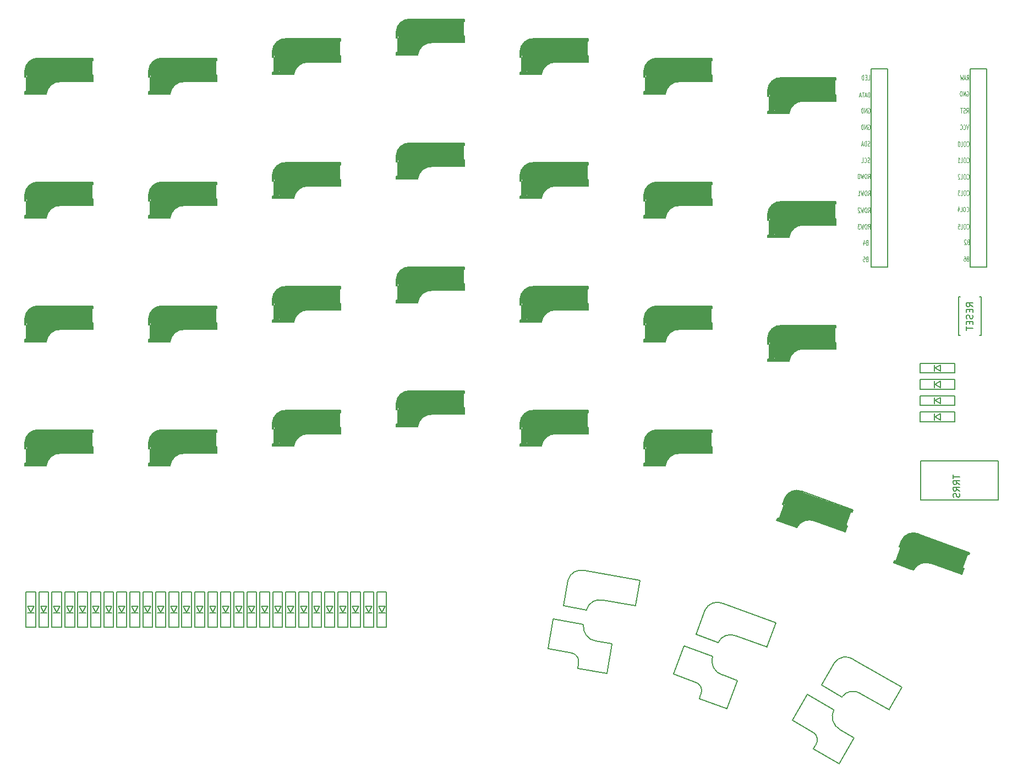
<source format=gbo>
%TF.GenerationSoftware,KiCad,Pcbnew,(5.1.6-0-10_14)*%
%TF.CreationDate,2020-07-09T23:16:05+02:00*%
%TF.ProjectId,splitkb,73706c69-746b-4622-9e6b-696361645f70,rev?*%
%TF.SameCoordinates,Original*%
%TF.FileFunction,Legend,Bot*%
%TF.FilePolarity,Positive*%
%FSLAX46Y46*%
G04 Gerber Fmt 4.6, Leading zero omitted, Abs format (unit mm)*
G04 Created by KiCad (PCBNEW (5.1.6-0-10_14)) date 2020-07-09 23:16:05*
%MOMM*%
%LPD*%
G01*
G04 APERTURE LIST*
%ADD10C,0.150000*%
%ADD11C,0.300000*%
%ADD12C,0.800000*%
%ADD13C,3.000000*%
%ADD14C,0.500000*%
%ADD15C,1.000000*%
%ADD16C,3.500000*%
%ADD17C,0.400000*%
%ADD18C,0.125000*%
G04 APERTURE END LIST*
D10*
%TO.C,SW27*%
X163775462Y-148955191D02*
X163425462Y-149561408D01*
X162499665Y-141174936D02*
X160178015Y-145146152D01*
X169691858Y-147867691D02*
X167391858Y-151851408D01*
X163456411Y-147067803D02*
X160187165Y-145180303D01*
X166582485Y-143503285D02*
X162512165Y-141153285D01*
X169682708Y-147833541D02*
X167474343Y-146558541D01*
X167357708Y-151860559D02*
X163417292Y-149585559D01*
X175081922Y-143531828D02*
X170685494Y-141046665D01*
X175104922Y-143491990D02*
X177058922Y-140107563D01*
X177058922Y-140107563D02*
X169589453Y-135795063D01*
X166642245Y-136349777D02*
X164669745Y-139766247D01*
X164665245Y-139774041D02*
X167791597Y-141579041D01*
X163800463Y-148911889D02*
G75*
G03*
X163453911Y-147072133I-1093154J746602D01*
G01*
X166574314Y-143527436D02*
G75*
G03*
X167541795Y-146591711I2015878J-1048397D01*
G01*
X167807927Y-141560756D02*
G75*
G02*
X170705144Y-141062629I1697672J-1199545D01*
G01*
X166686771Y-136294655D02*
G75*
G02*
X169589453Y-135795063I1701137J-1201545D01*
G01*
%TO.C,SW22*%
X146092350Y-141167889D02*
X145852936Y-141825674D01*
X143484908Y-133727373D02*
X141888123Y-138041409D01*
X151730021Y-139069540D02*
X150156728Y-143392126D01*
X145450404Y-139364578D02*
X141903065Y-138073451D01*
X147910014Y-135311375D02*
X143493458Y-133703881D01*
X151715079Y-139037497D02*
X149318863Y-138165346D01*
X150124685Y-143407068D02*
X145849084Y-141850876D01*
X156285282Y-133863573D02*
X151524101Y-132179597D01*
X156301015Y-133820347D02*
X157637630Y-130148028D01*
X157637630Y-130148028D02*
X149532781Y-127198104D01*
X146726673Y-128256168D02*
X145377403Y-131963255D01*
X145374325Y-131971713D02*
X148766615Y-133206405D01*
X146109451Y-141120903D02*
G75*
G03*
X145448694Y-139369276I-1206192J545435D01*
G01*
X147906161Y-135336578D02*
G75*
G03*
X149391050Y-138186299I2167305J-682416D01*
G01*
X148779522Y-133185562D02*
G75*
G02*
X151546226Y-132191906I1880180J-886524D01*
G01*
X146760950Y-128194151D02*
G75*
G02*
X149532781Y-127198104I1883939J-887892D01*
G01*
%TO.C,SW17*%
X127262277Y-136490140D02*
X127140723Y-137179506D01*
X123402416Y-129615440D02*
X122579014Y-134141215D01*
X132449924Y-133444699D02*
X131651143Y-137974814D01*
X126316943Y-134825698D02*
X122599293Y-134170176D01*
X128035354Y-130406967D02*
X123406757Y-129590820D01*
X132429645Y-133415737D02*
X129918386Y-132972934D01*
X131622181Y-137995093D02*
X127141306Y-137204994D01*
X136031975Y-127526809D02*
X131050708Y-126695187D01*
X136039962Y-127481508D02*
X136718579Y-123632879D01*
X136718579Y-123632879D02*
X128224613Y-122135164D01*
X125644866Y-123664429D02*
X124959824Y-127549495D01*
X124958261Y-127558358D02*
X128513417Y-128185228D01*
X127270960Y-136440900D02*
G75*
G03*
X126316074Y-134830622I-1282582J327696D01*
G01*
X128035937Y-130432455D02*
G75*
G03*
X129993114Y-132981034I2252878J-295701D01*
G01*
X128522509Y-128162461D02*
G75*
G02*
X131074633Y-126703467I2005559J-546565D01*
G01*
X125667855Y-123597402D02*
G75*
G02*
X128224613Y-122135164I2009498J-547260D01*
G01*
D11*
%TO.C,SW9*%
X80300000Y-43149999D02*
X80300000Y-42250000D01*
D12*
X80800000Y-45350000D02*
X80800000Y-43550001D01*
D13*
X81930000Y-41850000D02*
X81930000Y-44090000D01*
D14*
X90400000Y-43650000D02*
X89000000Y-43650000D01*
D15*
X90000000Y-40950000D02*
X90000000Y-43450000D01*
D16*
X88700000Y-42150000D02*
X82000000Y-42150000D01*
D10*
X90700000Y-43950000D02*
X90700000Y-42950000D01*
X90700000Y-42950000D02*
X90500000Y-42950000D01*
X90480000Y-42950000D02*
X90480000Y-40700000D01*
X90500000Y-40700000D02*
X90700000Y-40700000D01*
X80200000Y-43250000D02*
X80400000Y-43250000D01*
X80430000Y-43250000D02*
X80430000Y-45490000D01*
X80400000Y-45490000D02*
X80200000Y-45490000D01*
X80200000Y-45850000D02*
X80200000Y-45490000D01*
X80200000Y-42250000D02*
X80200000Y-43250000D01*
X80200000Y-45850000D02*
X83480000Y-45850000D01*
X85700000Y-43950000D02*
X90700000Y-43950000D01*
X90700000Y-40350000D02*
X82299999Y-40350000D01*
X90700000Y-40700000D02*
X90700000Y-40350000D01*
D14*
X80400000Y-45650000D02*
X83100000Y-45650000D01*
D17*
X90500000Y-40550000D02*
X89100000Y-40550000D01*
X90500000Y-43050000D02*
X90500000Y-43750000D01*
D10*
X83483682Y-45828529D02*
G75*
G02*
X85700000Y-43950000I2151318J-291471D01*
G01*
X80200000Y-42250001D02*
G75*
G02*
X82299999Y-40350000I2000000J-99999D01*
G01*
D15*
X83083682Y-45428529D02*
G75*
G02*
X85300000Y-43550000I2151318J-291471D01*
G01*
D17*
%TO.C,SW30*%
X166700000Y-87150000D02*
X166700000Y-87850000D01*
X166700000Y-84650000D02*
X165300000Y-84650000D01*
D14*
X156600000Y-89750000D02*
X159300000Y-89750000D01*
D10*
X166900000Y-84800000D02*
X166900000Y-84450000D01*
X166900000Y-84450000D02*
X158499999Y-84450000D01*
X161900000Y-88050000D02*
X166900000Y-88050000D01*
X156400000Y-89950000D02*
X159680000Y-89950000D01*
X156400000Y-86350000D02*
X156400000Y-87350000D01*
X156400000Y-89950000D02*
X156400000Y-89590000D01*
X156600000Y-89590000D02*
X156400000Y-89590000D01*
X156630000Y-87350000D02*
X156630000Y-89590000D01*
X156400000Y-87350000D02*
X156600000Y-87350000D01*
X166700000Y-84800000D02*
X166900000Y-84800000D01*
X166680000Y-87050000D02*
X166680000Y-84800000D01*
X166900000Y-87050000D02*
X166700000Y-87050000D01*
X166900000Y-88050000D02*
X166900000Y-87050000D01*
D16*
X164900000Y-86250000D02*
X158200000Y-86250000D01*
D15*
X166200000Y-85050000D02*
X166200000Y-87550000D01*
D14*
X166600000Y-87750000D02*
X165200000Y-87750000D01*
D13*
X158130000Y-85950000D02*
X158130000Y-88190000D01*
D12*
X157000000Y-89450000D02*
X157000000Y-87650001D01*
D11*
X156500000Y-87249999D02*
X156500000Y-86350000D01*
D15*
X159283682Y-89528529D02*
G75*
G02*
X161500000Y-87650000I2151318J-291471D01*
G01*
D10*
X156400000Y-86350001D02*
G75*
G02*
X158499999Y-84450000I2000000J-99999D01*
G01*
X159683682Y-89928529D02*
G75*
G02*
X161900000Y-88050000I2151318J-291471D01*
G01*
D11*
%TO.C,SW2*%
X42200000Y-65199999D02*
X42200000Y-64300000D01*
D12*
X42700000Y-67400000D02*
X42700000Y-65600001D01*
D13*
X43830000Y-63900000D02*
X43830000Y-66140000D01*
D14*
X52300000Y-65700000D02*
X50900000Y-65700000D01*
D15*
X51900000Y-63000000D02*
X51900000Y-65500000D01*
D16*
X50600000Y-64200000D02*
X43900000Y-64200000D01*
D10*
X52600000Y-66000000D02*
X52600000Y-65000000D01*
X52600000Y-65000000D02*
X52400000Y-65000000D01*
X52380000Y-65000000D02*
X52380000Y-62750000D01*
X52400000Y-62750000D02*
X52600000Y-62750000D01*
X42100000Y-65300000D02*
X42300000Y-65300000D01*
X42330000Y-65300000D02*
X42330000Y-67540000D01*
X42300000Y-67540000D02*
X42100000Y-67540000D01*
X42100000Y-67900000D02*
X42100000Y-67540000D01*
X42100000Y-64300000D02*
X42100000Y-65300000D01*
X42100000Y-67900000D02*
X45380000Y-67900000D01*
X47600000Y-66000000D02*
X52600000Y-66000000D01*
X52600000Y-62400000D02*
X44199999Y-62400000D01*
X52600000Y-62750000D02*
X52600000Y-62400000D01*
D14*
X42300000Y-67700000D02*
X45000000Y-67700000D01*
D17*
X52400000Y-62600000D02*
X51000000Y-62600000D01*
X52400000Y-65100000D02*
X52400000Y-65800000D01*
D10*
X45383682Y-67878529D02*
G75*
G02*
X47600000Y-66000000I2151318J-291471D01*
G01*
X42100000Y-64300001D02*
G75*
G02*
X44199999Y-62400000I2000000J-99999D01*
G01*
D15*
X44983682Y-67478529D02*
G75*
G02*
X47200000Y-65600000I2151318J-291471D01*
G01*
D10*
%TO.C,D1*%
X43000000Y-128525000D02*
X42500000Y-127625000D01*
X42500000Y-127625000D02*
X43500000Y-127625000D01*
X43500000Y-127625000D02*
X43000000Y-128525000D01*
X42500000Y-128625000D02*
X43500000Y-128625000D01*
X42250000Y-125425000D02*
X42250000Y-130825000D01*
X42250000Y-130825000D02*
X43750000Y-130825000D01*
X43750000Y-130825000D02*
X43750000Y-125425000D01*
X43750000Y-125425000D02*
X42250000Y-125425000D01*
%TO.C,D2*%
X45750000Y-125425000D02*
X44250000Y-125425000D01*
X45750000Y-130825000D02*
X45750000Y-125425000D01*
X44250000Y-130825000D02*
X45750000Y-130825000D01*
X44250000Y-125425000D02*
X44250000Y-130825000D01*
X44500000Y-128625000D02*
X45500000Y-128625000D01*
X45500000Y-127625000D02*
X45000000Y-128525000D01*
X44500000Y-127625000D02*
X45500000Y-127625000D01*
X45000000Y-128525000D02*
X44500000Y-127625000D01*
%TO.C,D3*%
X47000000Y-128525000D02*
X46500000Y-127625000D01*
X46500000Y-127625000D02*
X47500000Y-127625000D01*
X47500000Y-127625000D02*
X47000000Y-128525000D01*
X46500000Y-128625000D02*
X47500000Y-128625000D01*
X46250000Y-125425000D02*
X46250000Y-130825000D01*
X46250000Y-130825000D02*
X47750000Y-130825000D01*
X47750000Y-130825000D02*
X47750000Y-125425000D01*
X47750000Y-125425000D02*
X46250000Y-125425000D01*
%TO.C,D4*%
X49000000Y-128525000D02*
X48500000Y-127625000D01*
X48500000Y-127625000D02*
X49500000Y-127625000D01*
X49500000Y-127625000D02*
X49000000Y-128525000D01*
X48500000Y-128625000D02*
X49500000Y-128625000D01*
X48250000Y-125425000D02*
X48250000Y-130825000D01*
X48250000Y-130825000D02*
X49750000Y-130825000D01*
X49750000Y-130825000D02*
X49750000Y-125425000D01*
X49750000Y-125425000D02*
X48250000Y-125425000D01*
%TO.C,D5*%
X51750000Y-125425000D02*
X50250000Y-125425000D01*
X51750000Y-130825000D02*
X51750000Y-125425000D01*
X50250000Y-130825000D02*
X51750000Y-130825000D01*
X50250000Y-125425000D02*
X50250000Y-130825000D01*
X50500000Y-128625000D02*
X51500000Y-128625000D01*
X51500000Y-127625000D02*
X51000000Y-128525000D01*
X50500000Y-127625000D02*
X51500000Y-127625000D01*
X51000000Y-128525000D02*
X50500000Y-127625000D01*
%TO.C,D6*%
X53000000Y-128525000D02*
X52500000Y-127625000D01*
X52500000Y-127625000D02*
X53500000Y-127625000D01*
X53500000Y-127625000D02*
X53000000Y-128525000D01*
X52500000Y-128625000D02*
X53500000Y-128625000D01*
X52250000Y-125425000D02*
X52250000Y-130825000D01*
X52250000Y-130825000D02*
X53750000Y-130825000D01*
X53750000Y-130825000D02*
X53750000Y-125425000D01*
X53750000Y-125425000D02*
X52250000Y-125425000D01*
%TO.C,D7*%
X55000000Y-128525000D02*
X54500000Y-127625000D01*
X54500000Y-127625000D02*
X55500000Y-127625000D01*
X55500000Y-127625000D02*
X55000000Y-128525000D01*
X54500000Y-128625000D02*
X55500000Y-128625000D01*
X54250000Y-125425000D02*
X54250000Y-130825000D01*
X54250000Y-130825000D02*
X55750000Y-130825000D01*
X55750000Y-130825000D02*
X55750000Y-125425000D01*
X55750000Y-125425000D02*
X54250000Y-125425000D01*
%TO.C,D8*%
X57750000Y-125425000D02*
X56250000Y-125425000D01*
X57750000Y-130825000D02*
X57750000Y-125425000D01*
X56250000Y-130825000D02*
X57750000Y-130825000D01*
X56250000Y-125425000D02*
X56250000Y-130825000D01*
X56500000Y-128625000D02*
X57500000Y-128625000D01*
X57500000Y-127625000D02*
X57000000Y-128525000D01*
X56500000Y-127625000D02*
X57500000Y-127625000D01*
X57000000Y-128525000D02*
X56500000Y-127625000D01*
%TO.C,D9*%
X59750000Y-125425000D02*
X58250000Y-125425000D01*
X59750000Y-130825000D02*
X59750000Y-125425000D01*
X58250000Y-130825000D02*
X59750000Y-130825000D01*
X58250000Y-125425000D02*
X58250000Y-130825000D01*
X58500000Y-128625000D02*
X59500000Y-128625000D01*
X59500000Y-127625000D02*
X59000000Y-128525000D01*
X58500000Y-127625000D02*
X59500000Y-127625000D01*
X59000000Y-128525000D02*
X58500000Y-127625000D01*
%TO.C,D10*%
X61000000Y-128525000D02*
X60500000Y-127625000D01*
X60500000Y-127625000D02*
X61500000Y-127625000D01*
X61500000Y-127625000D02*
X61000000Y-128525000D01*
X60500000Y-128625000D02*
X61500000Y-128625000D01*
X60250000Y-125425000D02*
X60250000Y-130825000D01*
X60250000Y-130825000D02*
X61750000Y-130825000D01*
X61750000Y-130825000D02*
X61750000Y-125425000D01*
X61750000Y-125425000D02*
X60250000Y-125425000D01*
%TO.C,D11*%
X63750000Y-125425000D02*
X62250000Y-125425000D01*
X63750000Y-130825000D02*
X63750000Y-125425000D01*
X62250000Y-130825000D02*
X63750000Y-130825000D01*
X62250000Y-125425000D02*
X62250000Y-130825000D01*
X62500000Y-128625000D02*
X63500000Y-128625000D01*
X63500000Y-127625000D02*
X63000000Y-128525000D01*
X62500000Y-127625000D02*
X63500000Y-127625000D01*
X63000000Y-128525000D02*
X62500000Y-127625000D01*
%TO.C,D12*%
X65000000Y-128525000D02*
X64500000Y-127625000D01*
X64500000Y-127625000D02*
X65500000Y-127625000D01*
X65500000Y-127625000D02*
X65000000Y-128525000D01*
X64500000Y-128625000D02*
X65500000Y-128625000D01*
X64250000Y-125425000D02*
X64250000Y-130825000D01*
X64250000Y-130825000D02*
X65750000Y-130825000D01*
X65750000Y-130825000D02*
X65750000Y-125425000D01*
X65750000Y-125425000D02*
X64250000Y-125425000D01*
%TO.C,D13*%
X67750000Y-125425000D02*
X66250000Y-125425000D01*
X67750000Y-130825000D02*
X67750000Y-125425000D01*
X66250000Y-130825000D02*
X67750000Y-130825000D01*
X66250000Y-125425000D02*
X66250000Y-130825000D01*
X66500000Y-128625000D02*
X67500000Y-128625000D01*
X67500000Y-127625000D02*
X67000000Y-128525000D01*
X66500000Y-127625000D02*
X67500000Y-127625000D01*
X67000000Y-128525000D02*
X66500000Y-127625000D01*
%TO.C,D14*%
X69000000Y-128525000D02*
X68500000Y-127625000D01*
X68500000Y-127625000D02*
X69500000Y-127625000D01*
X69500000Y-127625000D02*
X69000000Y-128525000D01*
X68500000Y-128625000D02*
X69500000Y-128625000D01*
X68250000Y-125425000D02*
X68250000Y-130825000D01*
X68250000Y-130825000D02*
X69750000Y-130825000D01*
X69750000Y-130825000D02*
X69750000Y-125425000D01*
X69750000Y-125425000D02*
X68250000Y-125425000D01*
%TO.C,D15*%
X71000000Y-128525000D02*
X70500000Y-127625000D01*
X70500000Y-127625000D02*
X71500000Y-127625000D01*
X71500000Y-127625000D02*
X71000000Y-128525000D01*
X70500000Y-128625000D02*
X71500000Y-128625000D01*
X70250000Y-125425000D02*
X70250000Y-130825000D01*
X70250000Y-130825000D02*
X71750000Y-130825000D01*
X71750000Y-130825000D02*
X71750000Y-125425000D01*
X71750000Y-125425000D02*
X70250000Y-125425000D01*
%TO.C,D16*%
X73750000Y-125425000D02*
X72250000Y-125425000D01*
X73750000Y-130825000D02*
X73750000Y-125425000D01*
X72250000Y-130825000D02*
X73750000Y-130825000D01*
X72250000Y-125425000D02*
X72250000Y-130825000D01*
X72500000Y-128625000D02*
X73500000Y-128625000D01*
X73500000Y-127625000D02*
X73000000Y-128525000D01*
X72500000Y-127625000D02*
X73500000Y-127625000D01*
X73000000Y-128525000D02*
X72500000Y-127625000D01*
%TO.C,D17*%
X185200000Y-99250000D02*
X185200000Y-97750000D01*
X179800000Y-99250000D02*
X185200000Y-99250000D01*
X179800000Y-97750000D02*
X179800000Y-99250000D01*
X185200000Y-97750000D02*
X179800000Y-97750000D01*
X182000000Y-98000000D02*
X182000000Y-99000000D01*
X183000000Y-99000000D02*
X182100000Y-98500000D01*
X183000000Y-98000000D02*
X183000000Y-99000000D01*
X182100000Y-98500000D02*
X183000000Y-98000000D01*
%TO.C,D18*%
X75750000Y-125425000D02*
X74250000Y-125425000D01*
X75750000Y-130825000D02*
X75750000Y-125425000D01*
X74250000Y-130825000D02*
X75750000Y-130825000D01*
X74250000Y-125425000D02*
X74250000Y-130825000D01*
X74500000Y-128625000D02*
X75500000Y-128625000D01*
X75500000Y-127625000D02*
X75000000Y-128525000D01*
X74500000Y-127625000D02*
X75500000Y-127625000D01*
X75000000Y-128525000D02*
X74500000Y-127625000D01*
%TO.C,D19*%
X77000000Y-128525000D02*
X76500000Y-127625000D01*
X76500000Y-127625000D02*
X77500000Y-127625000D01*
X77500000Y-127625000D02*
X77000000Y-128525000D01*
X76500000Y-128625000D02*
X77500000Y-128625000D01*
X76250000Y-125425000D02*
X76250000Y-130825000D01*
X76250000Y-130825000D02*
X77750000Y-130825000D01*
X77750000Y-130825000D02*
X77750000Y-125425000D01*
X77750000Y-125425000D02*
X76250000Y-125425000D01*
%TO.C,D20*%
X79750000Y-125425000D02*
X78250000Y-125425000D01*
X79750000Y-130825000D02*
X79750000Y-125425000D01*
X78250000Y-130825000D02*
X79750000Y-130825000D01*
X78250000Y-125425000D02*
X78250000Y-130825000D01*
X78500000Y-128625000D02*
X79500000Y-128625000D01*
X79500000Y-127625000D02*
X79000000Y-128525000D01*
X78500000Y-127625000D02*
X79500000Y-127625000D01*
X79000000Y-128525000D02*
X78500000Y-127625000D01*
%TO.C,D21*%
X81000000Y-128525000D02*
X80500000Y-127625000D01*
X80500000Y-127625000D02*
X81500000Y-127625000D01*
X81500000Y-127625000D02*
X81000000Y-128525000D01*
X80500000Y-128625000D02*
X81500000Y-128625000D01*
X80250000Y-125425000D02*
X80250000Y-130825000D01*
X80250000Y-130825000D02*
X81750000Y-130825000D01*
X81750000Y-130825000D02*
X81750000Y-125425000D01*
X81750000Y-125425000D02*
X80250000Y-125425000D01*
%TO.C,D22*%
X185200000Y-96750000D02*
X185200000Y-95250000D01*
X179800000Y-96750000D02*
X185200000Y-96750000D01*
X179800000Y-95250000D02*
X179800000Y-96750000D01*
X185200000Y-95250000D02*
X179800000Y-95250000D01*
X182000000Y-95500000D02*
X182000000Y-96500000D01*
X183000000Y-96500000D02*
X182100000Y-96000000D01*
X183000000Y-95500000D02*
X183000000Y-96500000D01*
X182100000Y-96000000D02*
X183000000Y-95500000D01*
%TO.C,D23*%
X83000000Y-128525000D02*
X82500000Y-127625000D01*
X82500000Y-127625000D02*
X83500000Y-127625000D01*
X83500000Y-127625000D02*
X83000000Y-128525000D01*
X82500000Y-128625000D02*
X83500000Y-128625000D01*
X82250000Y-125425000D02*
X82250000Y-130825000D01*
X82250000Y-130825000D02*
X83750000Y-130825000D01*
X83750000Y-130825000D02*
X83750000Y-125425000D01*
X83750000Y-125425000D02*
X82250000Y-125425000D01*
%TO.C,D24*%
X85750000Y-125425000D02*
X84250000Y-125425000D01*
X85750000Y-130825000D02*
X85750000Y-125425000D01*
X84250000Y-130825000D02*
X85750000Y-130825000D01*
X84250000Y-125425000D02*
X84250000Y-130825000D01*
X84500000Y-128625000D02*
X85500000Y-128625000D01*
X85500000Y-127625000D02*
X85000000Y-128525000D01*
X84500000Y-127625000D02*
X85500000Y-127625000D01*
X85000000Y-128525000D02*
X84500000Y-127625000D01*
%TO.C,D25*%
X87000000Y-128525000D02*
X86500000Y-127625000D01*
X86500000Y-127625000D02*
X87500000Y-127625000D01*
X87500000Y-127625000D02*
X87000000Y-128525000D01*
X86500000Y-128625000D02*
X87500000Y-128625000D01*
X86250000Y-125425000D02*
X86250000Y-130825000D01*
X86250000Y-130825000D02*
X87750000Y-130825000D01*
X87750000Y-130825000D02*
X87750000Y-125425000D01*
X87750000Y-125425000D02*
X86250000Y-125425000D01*
%TO.C,D26*%
X89750000Y-125425000D02*
X88250000Y-125425000D01*
X89750000Y-130825000D02*
X89750000Y-125425000D01*
X88250000Y-130825000D02*
X89750000Y-130825000D01*
X88250000Y-125425000D02*
X88250000Y-130825000D01*
X88500000Y-128625000D02*
X89500000Y-128625000D01*
X89500000Y-127625000D02*
X89000000Y-128525000D01*
X88500000Y-127625000D02*
X89500000Y-127625000D01*
X89000000Y-128525000D02*
X88500000Y-127625000D01*
%TO.C,D27*%
X182100000Y-93500000D02*
X183000000Y-93000000D01*
X183000000Y-93000000D02*
X183000000Y-94000000D01*
X183000000Y-94000000D02*
X182100000Y-93500000D01*
X182000000Y-93000000D02*
X182000000Y-94000000D01*
X185200000Y-92750000D02*
X179800000Y-92750000D01*
X179800000Y-92750000D02*
X179800000Y-94250000D01*
X179800000Y-94250000D02*
X185200000Y-94250000D01*
X185200000Y-94250000D02*
X185200000Y-92750000D01*
%TO.C,D28*%
X91000000Y-128525000D02*
X90500000Y-127625000D01*
X90500000Y-127625000D02*
X91500000Y-127625000D01*
X91500000Y-127625000D02*
X91000000Y-128525000D01*
X90500000Y-128625000D02*
X91500000Y-128625000D01*
X90250000Y-125425000D02*
X90250000Y-130825000D01*
X90250000Y-130825000D02*
X91750000Y-130825000D01*
X91750000Y-130825000D02*
X91750000Y-125425000D01*
X91750000Y-125425000D02*
X90250000Y-125425000D01*
%TO.C,D29*%
X93750000Y-125425000D02*
X92250000Y-125425000D01*
X93750000Y-130825000D02*
X93750000Y-125425000D01*
X92250000Y-130825000D02*
X93750000Y-130825000D01*
X92250000Y-125425000D02*
X92250000Y-130825000D01*
X92500000Y-128625000D02*
X93500000Y-128625000D01*
X93500000Y-127625000D02*
X93000000Y-128525000D01*
X92500000Y-127625000D02*
X93500000Y-127625000D01*
X93000000Y-128525000D02*
X92500000Y-127625000D01*
%TO.C,D30*%
X95750000Y-125425000D02*
X94250000Y-125425000D01*
X95750000Y-130825000D02*
X95750000Y-125425000D01*
X94250000Y-130825000D02*
X95750000Y-130825000D01*
X94250000Y-125425000D02*
X94250000Y-130825000D01*
X94500000Y-128625000D02*
X95500000Y-128625000D01*
X95500000Y-127625000D02*
X95000000Y-128525000D01*
X94500000Y-127625000D02*
X95500000Y-127625000D01*
X95000000Y-128525000D02*
X94500000Y-127625000D01*
%TO.C,D31*%
X97000000Y-128525000D02*
X96500000Y-127625000D01*
X96500000Y-127625000D02*
X97500000Y-127625000D01*
X97500000Y-127625000D02*
X97000000Y-128525000D01*
X96500000Y-128625000D02*
X97500000Y-128625000D01*
X96250000Y-125425000D02*
X96250000Y-130825000D01*
X96250000Y-130825000D02*
X97750000Y-130825000D01*
X97750000Y-130825000D02*
X97750000Y-125425000D01*
X97750000Y-125425000D02*
X96250000Y-125425000D01*
%TO.C,D32*%
X185200000Y-91750000D02*
X185200000Y-90250000D01*
X179800000Y-91750000D02*
X185200000Y-91750000D01*
X179800000Y-90250000D02*
X179800000Y-91750000D01*
X185200000Y-90250000D02*
X179800000Y-90250000D01*
X182000000Y-90500000D02*
X182000000Y-91500000D01*
X183000000Y-91500000D02*
X182100000Y-91000000D01*
X183000000Y-90500000D02*
X183000000Y-91500000D01*
X182100000Y-91000000D02*
X183000000Y-90500000D01*
%TO.C,K1*%
X189250000Y-80000000D02*
X189000000Y-80000000D01*
X189250000Y-86000000D02*
X189250000Y-80000000D01*
X189250000Y-86000000D02*
X189000000Y-86000000D01*
X185750000Y-86000000D02*
X186000000Y-86000000D01*
X185750000Y-80000000D02*
X186000000Y-80000000D01*
X185750000Y-86000000D02*
X185750000Y-80000000D01*
%TO.C,U1*%
X172340000Y-75502000D02*
X172340000Y-45022000D01*
X174880000Y-75502000D02*
X172340000Y-75502000D01*
X174880000Y-45022000D02*
X174880000Y-75502000D01*
X172340000Y-45022000D02*
X174880000Y-45022000D01*
X187580000Y-75502000D02*
X187580000Y-45022000D01*
X190120000Y-75502000D02*
X187580000Y-75502000D01*
X190120000Y-45022000D02*
X190120000Y-75502000D01*
X187580000Y-45022000D02*
X190120000Y-45022000D01*
%TO.C,J1*%
X191900000Y-105250000D02*
X191900000Y-111250000D01*
X191900000Y-111250000D02*
X179900000Y-111250000D01*
X179900000Y-111250000D02*
X179900000Y-105250000D01*
X179900000Y-105250000D02*
X191900000Y-105250000D01*
D11*
%TO.C,SW1*%
X42200000Y-46149999D02*
X42200000Y-45250000D01*
D12*
X42700000Y-48350000D02*
X42700000Y-46550001D01*
D13*
X43830000Y-44850000D02*
X43830000Y-47090000D01*
D14*
X52300000Y-46650000D02*
X50900000Y-46650000D01*
D15*
X51900000Y-43950000D02*
X51900000Y-46450000D01*
D16*
X50600000Y-45150000D02*
X43900000Y-45150000D01*
D10*
X52600000Y-46950000D02*
X52600000Y-45950000D01*
X52600000Y-45950000D02*
X52400000Y-45950000D01*
X52380000Y-45950000D02*
X52380000Y-43700000D01*
X52400000Y-43700000D02*
X52600000Y-43700000D01*
X42100000Y-46250000D02*
X42300000Y-46250000D01*
X42330000Y-46250000D02*
X42330000Y-48490000D01*
X42300000Y-48490000D02*
X42100000Y-48490000D01*
X42100000Y-48850000D02*
X42100000Y-48490000D01*
X42100000Y-45250000D02*
X42100000Y-46250000D01*
X42100000Y-48850000D02*
X45380000Y-48850000D01*
X47600000Y-46950000D02*
X52600000Y-46950000D01*
X52600000Y-43350000D02*
X44199999Y-43350000D01*
X52600000Y-43700000D02*
X52600000Y-43350000D01*
D14*
X42300000Y-48650000D02*
X45000000Y-48650000D01*
D17*
X52400000Y-43550000D02*
X51000000Y-43550000D01*
X52400000Y-46050000D02*
X52400000Y-46750000D01*
D10*
X45383682Y-48828529D02*
G75*
G02*
X47600000Y-46950000I2151318J-291471D01*
G01*
X42100000Y-45250001D02*
G75*
G02*
X44199999Y-43350000I2000000J-99999D01*
G01*
D15*
X44983682Y-48428529D02*
G75*
G02*
X47200000Y-46550000I2151318J-291471D01*
G01*
D11*
%TO.C,SW3*%
X42200000Y-84249999D02*
X42200000Y-83350000D01*
D12*
X42700000Y-86450000D02*
X42700000Y-84650001D01*
D13*
X43830000Y-82950000D02*
X43830000Y-85190000D01*
D14*
X52300000Y-84750000D02*
X50900000Y-84750000D01*
D15*
X51900000Y-82050000D02*
X51900000Y-84550000D01*
D16*
X50600000Y-83250000D02*
X43900000Y-83250000D01*
D10*
X52600000Y-85050000D02*
X52600000Y-84050000D01*
X52600000Y-84050000D02*
X52400000Y-84050000D01*
X52380000Y-84050000D02*
X52380000Y-81800000D01*
X52400000Y-81800000D02*
X52600000Y-81800000D01*
X42100000Y-84350000D02*
X42300000Y-84350000D01*
X42330000Y-84350000D02*
X42330000Y-86590000D01*
X42300000Y-86590000D02*
X42100000Y-86590000D01*
X42100000Y-86950000D02*
X42100000Y-86590000D01*
X42100000Y-83350000D02*
X42100000Y-84350000D01*
X42100000Y-86950000D02*
X45380000Y-86950000D01*
X47600000Y-85050000D02*
X52600000Y-85050000D01*
X52600000Y-81450000D02*
X44199999Y-81450000D01*
X52600000Y-81800000D02*
X52600000Y-81450000D01*
D14*
X42300000Y-86750000D02*
X45000000Y-86750000D01*
D17*
X52400000Y-81650000D02*
X51000000Y-81650000D01*
X52400000Y-84150000D02*
X52400000Y-84850000D01*
D10*
X45383682Y-86928529D02*
G75*
G02*
X47600000Y-85050000I2151318J-291471D01*
G01*
X42100000Y-83350001D02*
G75*
G02*
X44199999Y-81450000I2000000J-99999D01*
G01*
D15*
X44983682Y-86528529D02*
G75*
G02*
X47200000Y-84650000I2151318J-291471D01*
G01*
D17*
%TO.C,SW4*%
X52400000Y-103200000D02*
X52400000Y-103900000D01*
X52400000Y-100700000D02*
X51000000Y-100700000D01*
D14*
X42300000Y-105800000D02*
X45000000Y-105800000D01*
D10*
X52600000Y-100850000D02*
X52600000Y-100500000D01*
X52600000Y-100500000D02*
X44199999Y-100500000D01*
X47600000Y-104100000D02*
X52600000Y-104100000D01*
X42100000Y-106000000D02*
X45380000Y-106000000D01*
X42100000Y-102400000D02*
X42100000Y-103400000D01*
X42100000Y-106000000D02*
X42100000Y-105640000D01*
X42300000Y-105640000D02*
X42100000Y-105640000D01*
X42330000Y-103400000D02*
X42330000Y-105640000D01*
X42100000Y-103400000D02*
X42300000Y-103400000D01*
X52400000Y-100850000D02*
X52600000Y-100850000D01*
X52380000Y-103100000D02*
X52380000Y-100850000D01*
X52600000Y-103100000D02*
X52400000Y-103100000D01*
X52600000Y-104100000D02*
X52600000Y-103100000D01*
D16*
X50600000Y-102300000D02*
X43900000Y-102300000D01*
D15*
X51900000Y-101100000D02*
X51900000Y-103600000D01*
D14*
X52300000Y-103800000D02*
X50900000Y-103800000D01*
D13*
X43830000Y-102000000D02*
X43830000Y-104240000D01*
D12*
X42700000Y-105500000D02*
X42700000Y-103700001D01*
D11*
X42200000Y-103299999D02*
X42200000Y-102400000D01*
D15*
X44983682Y-105578529D02*
G75*
G02*
X47200000Y-103700000I2151318J-291471D01*
G01*
D10*
X42100000Y-102400001D02*
G75*
G02*
X44199999Y-100500000I2000000J-99999D01*
G01*
X45383682Y-105978529D02*
G75*
G02*
X47600000Y-104100000I2151318J-291471D01*
G01*
D17*
%TO.C,SW5*%
X71450000Y-46050000D02*
X71450000Y-46750000D01*
X71450000Y-43550000D02*
X70050000Y-43550000D01*
D14*
X61350000Y-48650000D02*
X64050000Y-48650000D01*
D10*
X71650000Y-43700000D02*
X71650000Y-43350000D01*
X71650000Y-43350000D02*
X63249999Y-43350000D01*
X66650000Y-46950000D02*
X71650000Y-46950000D01*
X61150000Y-48850000D02*
X64430000Y-48850000D01*
X61150000Y-45250000D02*
X61150000Y-46250000D01*
X61150000Y-48850000D02*
X61150000Y-48490000D01*
X61350000Y-48490000D02*
X61150000Y-48490000D01*
X61380000Y-46250000D02*
X61380000Y-48490000D01*
X61150000Y-46250000D02*
X61350000Y-46250000D01*
X71450000Y-43700000D02*
X71650000Y-43700000D01*
X71430000Y-45950000D02*
X71430000Y-43700000D01*
X71650000Y-45950000D02*
X71450000Y-45950000D01*
X71650000Y-46950000D02*
X71650000Y-45950000D01*
D16*
X69650000Y-45150000D02*
X62950000Y-45150000D01*
D15*
X70950000Y-43950000D02*
X70950000Y-46450000D01*
D14*
X71350000Y-46650000D02*
X69950000Y-46650000D01*
D13*
X62880000Y-44850000D02*
X62880000Y-47090000D01*
D12*
X61750000Y-48350000D02*
X61750000Y-46550001D01*
D11*
X61250000Y-46149999D02*
X61250000Y-45250000D01*
D15*
X64033682Y-48428529D02*
G75*
G02*
X66250000Y-46550000I2151318J-291471D01*
G01*
D10*
X61150000Y-45250001D02*
G75*
G02*
X63249999Y-43350000I2000000J-99999D01*
G01*
X64433682Y-48828529D02*
G75*
G02*
X66650000Y-46950000I2151318J-291471D01*
G01*
D17*
%TO.C,SW6*%
X71450000Y-65100000D02*
X71450000Y-65800000D01*
X71450000Y-62600000D02*
X70050000Y-62600000D01*
D14*
X61350000Y-67700000D02*
X64050000Y-67700000D01*
D10*
X71650000Y-62750000D02*
X71650000Y-62400000D01*
X71650000Y-62400000D02*
X63249999Y-62400000D01*
X66650000Y-66000000D02*
X71650000Y-66000000D01*
X61150000Y-67900000D02*
X64430000Y-67900000D01*
X61150000Y-64300000D02*
X61150000Y-65300000D01*
X61150000Y-67900000D02*
X61150000Y-67540000D01*
X61350000Y-67540000D02*
X61150000Y-67540000D01*
X61380000Y-65300000D02*
X61380000Y-67540000D01*
X61150000Y-65300000D02*
X61350000Y-65300000D01*
X71450000Y-62750000D02*
X71650000Y-62750000D01*
X71430000Y-65000000D02*
X71430000Y-62750000D01*
X71650000Y-65000000D02*
X71450000Y-65000000D01*
X71650000Y-66000000D02*
X71650000Y-65000000D01*
D16*
X69650000Y-64200000D02*
X62950000Y-64200000D01*
D15*
X70950000Y-63000000D02*
X70950000Y-65500000D01*
D14*
X71350000Y-65700000D02*
X69950000Y-65700000D01*
D13*
X62880000Y-63900000D02*
X62880000Y-66140000D01*
D12*
X61750000Y-67400000D02*
X61750000Y-65600001D01*
D11*
X61250000Y-65199999D02*
X61250000Y-64300000D01*
D15*
X64033682Y-67478529D02*
G75*
G02*
X66250000Y-65600000I2151318J-291471D01*
G01*
D10*
X61150000Y-64300001D02*
G75*
G02*
X63249999Y-62400000I2000000J-99999D01*
G01*
X64433682Y-67878529D02*
G75*
G02*
X66650000Y-66000000I2151318J-291471D01*
G01*
D11*
%TO.C,SW7*%
X61250000Y-84249999D02*
X61250000Y-83350000D01*
D12*
X61750000Y-86450000D02*
X61750000Y-84650001D01*
D13*
X62880000Y-82950000D02*
X62880000Y-85190000D01*
D14*
X71350000Y-84750000D02*
X69950000Y-84750000D01*
D15*
X70950000Y-82050000D02*
X70950000Y-84550000D01*
D16*
X69650000Y-83250000D02*
X62950000Y-83250000D01*
D10*
X71650000Y-85050000D02*
X71650000Y-84050000D01*
X71650000Y-84050000D02*
X71450000Y-84050000D01*
X71430000Y-84050000D02*
X71430000Y-81800000D01*
X71450000Y-81800000D02*
X71650000Y-81800000D01*
X61150000Y-84350000D02*
X61350000Y-84350000D01*
X61380000Y-84350000D02*
X61380000Y-86590000D01*
X61350000Y-86590000D02*
X61150000Y-86590000D01*
X61150000Y-86950000D02*
X61150000Y-86590000D01*
X61150000Y-83350000D02*
X61150000Y-84350000D01*
X61150000Y-86950000D02*
X64430000Y-86950000D01*
X66650000Y-85050000D02*
X71650000Y-85050000D01*
X71650000Y-81450000D02*
X63249999Y-81450000D01*
X71650000Y-81800000D02*
X71650000Y-81450000D01*
D14*
X61350000Y-86750000D02*
X64050000Y-86750000D01*
D17*
X71450000Y-81650000D02*
X70050000Y-81650000D01*
X71450000Y-84150000D02*
X71450000Y-84850000D01*
D10*
X64433682Y-86928529D02*
G75*
G02*
X66650000Y-85050000I2151318J-291471D01*
G01*
X61150000Y-83350001D02*
G75*
G02*
X63249999Y-81450000I2000000J-99999D01*
G01*
D15*
X64033682Y-86528529D02*
G75*
G02*
X66250000Y-84650000I2151318J-291471D01*
G01*
D11*
%TO.C,SW8*%
X61250000Y-103299999D02*
X61250000Y-102400000D01*
D12*
X61750000Y-105500000D02*
X61750000Y-103700001D01*
D13*
X62880000Y-102000000D02*
X62880000Y-104240000D01*
D14*
X71350000Y-103800000D02*
X69950000Y-103800000D01*
D15*
X70950000Y-101100000D02*
X70950000Y-103600000D01*
D16*
X69650000Y-102300000D02*
X62950000Y-102300000D01*
D10*
X71650000Y-104100000D02*
X71650000Y-103100000D01*
X71650000Y-103100000D02*
X71450000Y-103100000D01*
X71430000Y-103100000D02*
X71430000Y-100850000D01*
X71450000Y-100850000D02*
X71650000Y-100850000D01*
X61150000Y-103400000D02*
X61350000Y-103400000D01*
X61380000Y-103400000D02*
X61380000Y-105640000D01*
X61350000Y-105640000D02*
X61150000Y-105640000D01*
X61150000Y-106000000D02*
X61150000Y-105640000D01*
X61150000Y-102400000D02*
X61150000Y-103400000D01*
X61150000Y-106000000D02*
X64430000Y-106000000D01*
X66650000Y-104100000D02*
X71650000Y-104100000D01*
X71650000Y-100500000D02*
X63249999Y-100500000D01*
X71650000Y-100850000D02*
X71650000Y-100500000D01*
D14*
X61350000Y-105800000D02*
X64050000Y-105800000D01*
D17*
X71450000Y-100700000D02*
X70050000Y-100700000D01*
X71450000Y-103200000D02*
X71450000Y-103900000D01*
D10*
X64433682Y-105978529D02*
G75*
G02*
X66650000Y-104100000I2151318J-291471D01*
G01*
X61150000Y-102400001D02*
G75*
G02*
X63249999Y-100500000I2000000J-99999D01*
G01*
D15*
X64033682Y-105578529D02*
G75*
G02*
X66250000Y-103700000I2151318J-291471D01*
G01*
D11*
%TO.C,SW10*%
X80300000Y-62199999D02*
X80300000Y-61300000D01*
D12*
X80800000Y-64400000D02*
X80800000Y-62600001D01*
D13*
X81930000Y-60900000D02*
X81930000Y-63140000D01*
D14*
X90400000Y-62700000D02*
X89000000Y-62700000D01*
D15*
X90000000Y-60000000D02*
X90000000Y-62500000D01*
D16*
X88700000Y-61200000D02*
X82000000Y-61200000D01*
D10*
X90700000Y-63000000D02*
X90700000Y-62000000D01*
X90700000Y-62000000D02*
X90500000Y-62000000D01*
X90480000Y-62000000D02*
X90480000Y-59750000D01*
X90500000Y-59750000D02*
X90700000Y-59750000D01*
X80200000Y-62300000D02*
X80400000Y-62300000D01*
X80430000Y-62300000D02*
X80430000Y-64540000D01*
X80400000Y-64540000D02*
X80200000Y-64540000D01*
X80200000Y-64900000D02*
X80200000Y-64540000D01*
X80200000Y-61300000D02*
X80200000Y-62300000D01*
X80200000Y-64900000D02*
X83480000Y-64900000D01*
X85700000Y-63000000D02*
X90700000Y-63000000D01*
X90700000Y-59400000D02*
X82299999Y-59400000D01*
X90700000Y-59750000D02*
X90700000Y-59400000D01*
D14*
X80400000Y-64700000D02*
X83100000Y-64700000D01*
D17*
X90500000Y-59600000D02*
X89100000Y-59600000D01*
X90500000Y-62100000D02*
X90500000Y-62800000D01*
D10*
X83483682Y-64878529D02*
G75*
G02*
X85700000Y-63000000I2151318J-291471D01*
G01*
X80200000Y-61300001D02*
G75*
G02*
X82299999Y-59400000I2000000J-99999D01*
G01*
D15*
X83083682Y-64478529D02*
G75*
G02*
X85300000Y-62600000I2151318J-291471D01*
G01*
D17*
%TO.C,SW11*%
X90500000Y-81150000D02*
X90500000Y-81850000D01*
X90500000Y-78650000D02*
X89100000Y-78650000D01*
D14*
X80400000Y-83750000D02*
X83100000Y-83750000D01*
D10*
X90700000Y-78800000D02*
X90700000Y-78450000D01*
X90700000Y-78450000D02*
X82299999Y-78450000D01*
X85700000Y-82050000D02*
X90700000Y-82050000D01*
X80200000Y-83950000D02*
X83480000Y-83950000D01*
X80200000Y-80350000D02*
X80200000Y-81350000D01*
X80200000Y-83950000D02*
X80200000Y-83590000D01*
X80400000Y-83590000D02*
X80200000Y-83590000D01*
X80430000Y-81350000D02*
X80430000Y-83590000D01*
X80200000Y-81350000D02*
X80400000Y-81350000D01*
X90500000Y-78800000D02*
X90700000Y-78800000D01*
X90480000Y-81050000D02*
X90480000Y-78800000D01*
X90700000Y-81050000D02*
X90500000Y-81050000D01*
X90700000Y-82050000D02*
X90700000Y-81050000D01*
D16*
X88700000Y-80250000D02*
X82000000Y-80250000D01*
D15*
X90000000Y-79050000D02*
X90000000Y-81550000D01*
D14*
X90400000Y-81750000D02*
X89000000Y-81750000D01*
D13*
X81930000Y-79950000D02*
X81930000Y-82190000D01*
D12*
X80800000Y-83450000D02*
X80800000Y-81650001D01*
D11*
X80300000Y-81249999D02*
X80300000Y-80350000D01*
D15*
X83083682Y-83528529D02*
G75*
G02*
X85300000Y-81650000I2151318J-291471D01*
G01*
D10*
X80200000Y-80350001D02*
G75*
G02*
X82299999Y-78450000I2000000J-99999D01*
G01*
X83483682Y-83928529D02*
G75*
G02*
X85700000Y-82050000I2151318J-291471D01*
G01*
D17*
%TO.C,SW12*%
X90500000Y-100200000D02*
X90500000Y-100900000D01*
X90500000Y-97700000D02*
X89100000Y-97700000D01*
D14*
X80400000Y-102800000D02*
X83100000Y-102800000D01*
D10*
X90700000Y-97850000D02*
X90700000Y-97500000D01*
X90700000Y-97500000D02*
X82299999Y-97500000D01*
X85700000Y-101100000D02*
X90700000Y-101100000D01*
X80200000Y-103000000D02*
X83480000Y-103000000D01*
X80200000Y-99400000D02*
X80200000Y-100400000D01*
X80200000Y-103000000D02*
X80200000Y-102640000D01*
X80400000Y-102640000D02*
X80200000Y-102640000D01*
X80430000Y-100400000D02*
X80430000Y-102640000D01*
X80200000Y-100400000D02*
X80400000Y-100400000D01*
X90500000Y-97850000D02*
X90700000Y-97850000D01*
X90480000Y-100100000D02*
X90480000Y-97850000D01*
X90700000Y-100100000D02*
X90500000Y-100100000D01*
X90700000Y-101100000D02*
X90700000Y-100100000D01*
D16*
X88700000Y-99300000D02*
X82000000Y-99300000D01*
D15*
X90000000Y-98100000D02*
X90000000Y-100600000D01*
D14*
X90400000Y-100800000D02*
X89000000Y-100800000D01*
D13*
X81930000Y-99000000D02*
X81930000Y-101240000D01*
D12*
X80800000Y-102500000D02*
X80800000Y-100700001D01*
D11*
X80300000Y-100299999D02*
X80300000Y-99400000D01*
D15*
X83083682Y-102578529D02*
G75*
G02*
X85300000Y-100700000I2151318J-291471D01*
G01*
D10*
X80200000Y-99400001D02*
G75*
G02*
X82299999Y-97500000I2000000J-99999D01*
G01*
X83483682Y-102978529D02*
G75*
G02*
X85700000Y-101100000I2151318J-291471D01*
G01*
D17*
%TO.C,SW13*%
X109550000Y-40050000D02*
X109550000Y-40750000D01*
X109550000Y-37550000D02*
X108150000Y-37550000D01*
D14*
X99450000Y-42650000D02*
X102150000Y-42650000D01*
D10*
X109750000Y-37700000D02*
X109750000Y-37350000D01*
X109750000Y-37350000D02*
X101349999Y-37350000D01*
X104750000Y-40950000D02*
X109750000Y-40950000D01*
X99250000Y-42850000D02*
X102530000Y-42850000D01*
X99250000Y-39250000D02*
X99250000Y-40250000D01*
X99250000Y-42850000D02*
X99250000Y-42490000D01*
X99450000Y-42490000D02*
X99250000Y-42490000D01*
X99480000Y-40250000D02*
X99480000Y-42490000D01*
X99250000Y-40250000D02*
X99450000Y-40250000D01*
X109550000Y-37700000D02*
X109750000Y-37700000D01*
X109530000Y-39950000D02*
X109530000Y-37700000D01*
X109750000Y-39950000D02*
X109550000Y-39950000D01*
X109750000Y-40950000D02*
X109750000Y-39950000D01*
D16*
X107750000Y-39150000D02*
X101050000Y-39150000D01*
D15*
X109050000Y-37950000D02*
X109050000Y-40450000D01*
D14*
X109450000Y-40650000D02*
X108050000Y-40650000D01*
D13*
X100980000Y-38850000D02*
X100980000Y-41090000D01*
D12*
X99850000Y-42350000D02*
X99850000Y-40550001D01*
D11*
X99350000Y-40149999D02*
X99350000Y-39250000D01*
D15*
X102133682Y-42428529D02*
G75*
G02*
X104350000Y-40550000I2151318J-291471D01*
G01*
D10*
X99250000Y-39250001D02*
G75*
G02*
X101349999Y-37350000I2000000J-99999D01*
G01*
X102533682Y-42828529D02*
G75*
G02*
X104750000Y-40950000I2151318J-291471D01*
G01*
D17*
%TO.C,SW14*%
X109550000Y-59100000D02*
X109550000Y-59800000D01*
X109550000Y-56600000D02*
X108150000Y-56600000D01*
D14*
X99450000Y-61700000D02*
X102150000Y-61700000D01*
D10*
X109750000Y-56750000D02*
X109750000Y-56400000D01*
X109750000Y-56400000D02*
X101349999Y-56400000D01*
X104750000Y-60000000D02*
X109750000Y-60000000D01*
X99250000Y-61900000D02*
X102530000Y-61900000D01*
X99250000Y-58300000D02*
X99250000Y-59300000D01*
X99250000Y-61900000D02*
X99250000Y-61540000D01*
X99450000Y-61540000D02*
X99250000Y-61540000D01*
X99480000Y-59300000D02*
X99480000Y-61540000D01*
X99250000Y-59300000D02*
X99450000Y-59300000D01*
X109550000Y-56750000D02*
X109750000Y-56750000D01*
X109530000Y-59000000D02*
X109530000Y-56750000D01*
X109750000Y-59000000D02*
X109550000Y-59000000D01*
X109750000Y-60000000D02*
X109750000Y-59000000D01*
D16*
X107750000Y-58200000D02*
X101050000Y-58200000D01*
D15*
X109050000Y-57000000D02*
X109050000Y-59500000D01*
D14*
X109450000Y-59700000D02*
X108050000Y-59700000D01*
D13*
X100980000Y-57900000D02*
X100980000Y-60140000D01*
D12*
X99850000Y-61400000D02*
X99850000Y-59600001D01*
D11*
X99350000Y-59199999D02*
X99350000Y-58300000D01*
D15*
X102133682Y-61478529D02*
G75*
G02*
X104350000Y-59600000I2151318J-291471D01*
G01*
D10*
X99250000Y-58300001D02*
G75*
G02*
X101349999Y-56400000I2000000J-99999D01*
G01*
X102533682Y-61878529D02*
G75*
G02*
X104750000Y-60000000I2151318J-291471D01*
G01*
D17*
%TO.C,SW15*%
X109550000Y-78150000D02*
X109550000Y-78850000D01*
X109550000Y-75650000D02*
X108150000Y-75650000D01*
D14*
X99450000Y-80750000D02*
X102150000Y-80750000D01*
D10*
X109750000Y-75800000D02*
X109750000Y-75450000D01*
X109750000Y-75450000D02*
X101349999Y-75450000D01*
X104750000Y-79050000D02*
X109750000Y-79050000D01*
X99250000Y-80950000D02*
X102530000Y-80950000D01*
X99250000Y-77350000D02*
X99250000Y-78350000D01*
X99250000Y-80950000D02*
X99250000Y-80590000D01*
X99450000Y-80590000D02*
X99250000Y-80590000D01*
X99480000Y-78350000D02*
X99480000Y-80590000D01*
X99250000Y-78350000D02*
X99450000Y-78350000D01*
X109550000Y-75800000D02*
X109750000Y-75800000D01*
X109530000Y-78050000D02*
X109530000Y-75800000D01*
X109750000Y-78050000D02*
X109550000Y-78050000D01*
X109750000Y-79050000D02*
X109750000Y-78050000D01*
D16*
X107750000Y-77250000D02*
X101050000Y-77250000D01*
D15*
X109050000Y-76050000D02*
X109050000Y-78550000D01*
D14*
X109450000Y-78750000D02*
X108050000Y-78750000D01*
D13*
X100980000Y-76950000D02*
X100980000Y-79190000D01*
D12*
X99850000Y-80450000D02*
X99850000Y-78650001D01*
D11*
X99350000Y-78249999D02*
X99350000Y-77350000D01*
D15*
X102133682Y-80528529D02*
G75*
G02*
X104350000Y-78650000I2151318J-291471D01*
G01*
D10*
X99250000Y-77350001D02*
G75*
G02*
X101349999Y-75450000I2000000J-99999D01*
G01*
X102533682Y-80928529D02*
G75*
G02*
X104750000Y-79050000I2151318J-291471D01*
G01*
D17*
%TO.C,SW16*%
X109550000Y-97200000D02*
X109550000Y-97900000D01*
X109550000Y-94700000D02*
X108150000Y-94700000D01*
D14*
X99450000Y-99800000D02*
X102150000Y-99800000D01*
D10*
X109750000Y-94850000D02*
X109750000Y-94500000D01*
X109750000Y-94500000D02*
X101349999Y-94500000D01*
X104750000Y-98100000D02*
X109750000Y-98100000D01*
X99250000Y-100000000D02*
X102530000Y-100000000D01*
X99250000Y-96400000D02*
X99250000Y-97400000D01*
X99250000Y-100000000D02*
X99250000Y-99640000D01*
X99450000Y-99640000D02*
X99250000Y-99640000D01*
X99480000Y-97400000D02*
X99480000Y-99640000D01*
X99250000Y-97400000D02*
X99450000Y-97400000D01*
X109550000Y-94850000D02*
X109750000Y-94850000D01*
X109530000Y-97100000D02*
X109530000Y-94850000D01*
X109750000Y-97100000D02*
X109550000Y-97100000D01*
X109750000Y-98100000D02*
X109750000Y-97100000D01*
D16*
X107750000Y-96300000D02*
X101050000Y-96300000D01*
D15*
X109050000Y-95100000D02*
X109050000Y-97600000D01*
D14*
X109450000Y-97800000D02*
X108050000Y-97800000D01*
D13*
X100980000Y-96000000D02*
X100980000Y-98240000D01*
D12*
X99850000Y-99500000D02*
X99850000Y-97700001D01*
D11*
X99350000Y-97299999D02*
X99350000Y-96400000D01*
D15*
X102133682Y-99578529D02*
G75*
G02*
X104350000Y-97700000I2151318J-291471D01*
G01*
D10*
X99250000Y-96400001D02*
G75*
G02*
X101349999Y-94500000I2000000J-99999D01*
G01*
X102533682Y-99978529D02*
G75*
G02*
X104750000Y-98100000I2151318J-291471D01*
G01*
D11*
%TO.C,SW18*%
X118400000Y-43149999D02*
X118400000Y-42250000D01*
D12*
X118900000Y-45350000D02*
X118900000Y-43550001D01*
D13*
X120030000Y-41850000D02*
X120030000Y-44090000D01*
D14*
X128500000Y-43650000D02*
X127100000Y-43650000D01*
D15*
X128100000Y-40950000D02*
X128100000Y-43450000D01*
D16*
X126800000Y-42150000D02*
X120100000Y-42150000D01*
D10*
X128800000Y-43950000D02*
X128800000Y-42950000D01*
X128800000Y-42950000D02*
X128600000Y-42950000D01*
X128580000Y-42950000D02*
X128580000Y-40700000D01*
X128600000Y-40700000D02*
X128800000Y-40700000D01*
X118300000Y-43250000D02*
X118500000Y-43250000D01*
X118530000Y-43250000D02*
X118530000Y-45490000D01*
X118500000Y-45490000D02*
X118300000Y-45490000D01*
X118300000Y-45850000D02*
X118300000Y-45490000D01*
X118300000Y-42250000D02*
X118300000Y-43250000D01*
X118300000Y-45850000D02*
X121580000Y-45850000D01*
X123800000Y-43950000D02*
X128800000Y-43950000D01*
X128800000Y-40350000D02*
X120399999Y-40350000D01*
X128800000Y-40700000D02*
X128800000Y-40350000D01*
D14*
X118500000Y-45650000D02*
X121200000Y-45650000D01*
D17*
X128600000Y-40550000D02*
X127200000Y-40550000D01*
X128600000Y-43050000D02*
X128600000Y-43750000D01*
D10*
X121583682Y-45828529D02*
G75*
G02*
X123800000Y-43950000I2151318J-291471D01*
G01*
X118300000Y-42250001D02*
G75*
G02*
X120399999Y-40350000I2000000J-99999D01*
G01*
D15*
X121183682Y-45428529D02*
G75*
G02*
X123400000Y-43550000I2151318J-291471D01*
G01*
D17*
%TO.C,SW19*%
X128600000Y-62100000D02*
X128600000Y-62800000D01*
X128600000Y-59600000D02*
X127200000Y-59600000D01*
D14*
X118500000Y-64700000D02*
X121200000Y-64700000D01*
D10*
X128800000Y-59750000D02*
X128800000Y-59400000D01*
X128800000Y-59400000D02*
X120399999Y-59400000D01*
X123800000Y-63000000D02*
X128800000Y-63000000D01*
X118300000Y-64900000D02*
X121580000Y-64900000D01*
X118300000Y-61300000D02*
X118300000Y-62300000D01*
X118300000Y-64900000D02*
X118300000Y-64540000D01*
X118500000Y-64540000D02*
X118300000Y-64540000D01*
X118530000Y-62300000D02*
X118530000Y-64540000D01*
X118300000Y-62300000D02*
X118500000Y-62300000D01*
X128600000Y-59750000D02*
X128800000Y-59750000D01*
X128580000Y-62000000D02*
X128580000Y-59750000D01*
X128800000Y-62000000D02*
X128600000Y-62000000D01*
X128800000Y-63000000D02*
X128800000Y-62000000D01*
D16*
X126800000Y-61200000D02*
X120100000Y-61200000D01*
D15*
X128100000Y-60000000D02*
X128100000Y-62500000D01*
D14*
X128500000Y-62700000D02*
X127100000Y-62700000D01*
D13*
X120030000Y-60900000D02*
X120030000Y-63140000D01*
D12*
X118900000Y-64400000D02*
X118900000Y-62600001D01*
D11*
X118400000Y-62199999D02*
X118400000Y-61300000D01*
D15*
X121183682Y-64478529D02*
G75*
G02*
X123400000Y-62600000I2151318J-291471D01*
G01*
D10*
X118300000Y-61300001D02*
G75*
G02*
X120399999Y-59400000I2000000J-99999D01*
G01*
X121583682Y-64878529D02*
G75*
G02*
X123800000Y-63000000I2151318J-291471D01*
G01*
D11*
%TO.C,SW20*%
X118400000Y-81249999D02*
X118400000Y-80350000D01*
D12*
X118900000Y-83450000D02*
X118900000Y-81650001D01*
D13*
X120030000Y-79950000D02*
X120030000Y-82190000D01*
D14*
X128500000Y-81750000D02*
X127100000Y-81750000D01*
D15*
X128100000Y-79050000D02*
X128100000Y-81550000D01*
D16*
X126800000Y-80250000D02*
X120100000Y-80250000D01*
D10*
X128800000Y-82050000D02*
X128800000Y-81050000D01*
X128800000Y-81050000D02*
X128600000Y-81050000D01*
X128580000Y-81050000D02*
X128580000Y-78800000D01*
X128600000Y-78800000D02*
X128800000Y-78800000D01*
X118300000Y-81350000D02*
X118500000Y-81350000D01*
X118530000Y-81350000D02*
X118530000Y-83590000D01*
X118500000Y-83590000D02*
X118300000Y-83590000D01*
X118300000Y-83950000D02*
X118300000Y-83590000D01*
X118300000Y-80350000D02*
X118300000Y-81350000D01*
X118300000Y-83950000D02*
X121580000Y-83950000D01*
X123800000Y-82050000D02*
X128800000Y-82050000D01*
X128800000Y-78450000D02*
X120399999Y-78450000D01*
X128800000Y-78800000D02*
X128800000Y-78450000D01*
D14*
X118500000Y-83750000D02*
X121200000Y-83750000D01*
D17*
X128600000Y-78650000D02*
X127200000Y-78650000D01*
X128600000Y-81150000D02*
X128600000Y-81850000D01*
D10*
X121583682Y-83928529D02*
G75*
G02*
X123800000Y-82050000I2151318J-291471D01*
G01*
X118300000Y-80350001D02*
G75*
G02*
X120399999Y-78450000I2000000J-99999D01*
G01*
D15*
X121183682Y-83528529D02*
G75*
G02*
X123400000Y-81650000I2151318J-291471D01*
G01*
D17*
%TO.C,SW21*%
X128600000Y-100200000D02*
X128600000Y-100900000D01*
X128600000Y-97700000D02*
X127200000Y-97700000D01*
D14*
X118500000Y-102800000D02*
X121200000Y-102800000D01*
D10*
X128800000Y-97850000D02*
X128800000Y-97500000D01*
X128800000Y-97500000D02*
X120399999Y-97500000D01*
X123800000Y-101100000D02*
X128800000Y-101100000D01*
X118300000Y-103000000D02*
X121580000Y-103000000D01*
X118300000Y-99400000D02*
X118300000Y-100400000D01*
X118300000Y-103000000D02*
X118300000Y-102640000D01*
X118500000Y-102640000D02*
X118300000Y-102640000D01*
X118530000Y-100400000D02*
X118530000Y-102640000D01*
X118300000Y-100400000D02*
X118500000Y-100400000D01*
X128600000Y-97850000D02*
X128800000Y-97850000D01*
X128580000Y-100100000D02*
X128580000Y-97850000D01*
X128800000Y-100100000D02*
X128600000Y-100100000D01*
X128800000Y-101100000D02*
X128800000Y-100100000D01*
D16*
X126800000Y-99300000D02*
X120100000Y-99300000D01*
D15*
X128100000Y-98100000D02*
X128100000Y-100600000D01*
D14*
X128500000Y-100800000D02*
X127100000Y-100800000D01*
D13*
X120030000Y-99000000D02*
X120030000Y-101240000D01*
D12*
X118900000Y-102500000D02*
X118900000Y-100700001D01*
D11*
X118400000Y-100299999D02*
X118400000Y-99400000D01*
D15*
X121183682Y-102578529D02*
G75*
G02*
X123400000Y-100700000I2151318J-291471D01*
G01*
D10*
X118300000Y-99400001D02*
G75*
G02*
X120399999Y-97500000I2000000J-99999D01*
G01*
X121583682Y-102978529D02*
G75*
G02*
X123800000Y-101100000I2151318J-291471D01*
G01*
D11*
%TO.C,SW23*%
X137450000Y-46149999D02*
X137450000Y-45250000D01*
D12*
X137950000Y-48350000D02*
X137950000Y-46550001D01*
D13*
X139080000Y-44850000D02*
X139080000Y-47090000D01*
D14*
X147550000Y-46650000D02*
X146150000Y-46650000D01*
D15*
X147150000Y-43950000D02*
X147150000Y-46450000D01*
D16*
X145850000Y-45150000D02*
X139150000Y-45150000D01*
D10*
X147850000Y-46950000D02*
X147850000Y-45950000D01*
X147850000Y-45950000D02*
X147650000Y-45950000D01*
X147630000Y-45950000D02*
X147630000Y-43700000D01*
X147650000Y-43700000D02*
X147850000Y-43700000D01*
X137350000Y-46250000D02*
X137550000Y-46250000D01*
X137580000Y-46250000D02*
X137580000Y-48490000D01*
X137550000Y-48490000D02*
X137350000Y-48490000D01*
X137350000Y-48850000D02*
X137350000Y-48490000D01*
X137350000Y-45250000D02*
X137350000Y-46250000D01*
X137350000Y-48850000D02*
X140630000Y-48850000D01*
X142850000Y-46950000D02*
X147850000Y-46950000D01*
X147850000Y-43350000D02*
X139449999Y-43350000D01*
X147850000Y-43700000D02*
X147850000Y-43350000D01*
D14*
X137550000Y-48650000D02*
X140250000Y-48650000D01*
D17*
X147650000Y-43550000D02*
X146250000Y-43550000D01*
X147650000Y-46050000D02*
X147650000Y-46750000D01*
D10*
X140633682Y-48828529D02*
G75*
G02*
X142850000Y-46950000I2151318J-291471D01*
G01*
X137350000Y-45250001D02*
G75*
G02*
X139449999Y-43350000I2000000J-99999D01*
G01*
D15*
X140233682Y-48428529D02*
G75*
G02*
X142450000Y-46550000I2151318J-291471D01*
G01*
D11*
%TO.C,SW24*%
X137450000Y-65199999D02*
X137450000Y-64300000D01*
D12*
X137950000Y-67400000D02*
X137950000Y-65600001D01*
D13*
X139080000Y-63900000D02*
X139080000Y-66140000D01*
D14*
X147550000Y-65700000D02*
X146150000Y-65700000D01*
D15*
X147150000Y-63000000D02*
X147150000Y-65500000D01*
D16*
X145850000Y-64200000D02*
X139150000Y-64200000D01*
D10*
X147850000Y-66000000D02*
X147850000Y-65000000D01*
X147850000Y-65000000D02*
X147650000Y-65000000D01*
X147630000Y-65000000D02*
X147630000Y-62750000D01*
X147650000Y-62750000D02*
X147850000Y-62750000D01*
X137350000Y-65300000D02*
X137550000Y-65300000D01*
X137580000Y-65300000D02*
X137580000Y-67540000D01*
X137550000Y-67540000D02*
X137350000Y-67540000D01*
X137350000Y-67900000D02*
X137350000Y-67540000D01*
X137350000Y-64300000D02*
X137350000Y-65300000D01*
X137350000Y-67900000D02*
X140630000Y-67900000D01*
X142850000Y-66000000D02*
X147850000Y-66000000D01*
X147850000Y-62400000D02*
X139449999Y-62400000D01*
X147850000Y-62750000D02*
X147850000Y-62400000D01*
D14*
X137550000Y-67700000D02*
X140250000Y-67700000D01*
D17*
X147650000Y-62600000D02*
X146250000Y-62600000D01*
X147650000Y-65100000D02*
X147650000Y-65800000D01*
D10*
X140633682Y-67878529D02*
G75*
G02*
X142850000Y-66000000I2151318J-291471D01*
G01*
X137350000Y-64300001D02*
G75*
G02*
X139449999Y-62400000I2000000J-99999D01*
G01*
D15*
X140233682Y-67478529D02*
G75*
G02*
X142450000Y-65600000I2151318J-291471D01*
G01*
D11*
%TO.C,SW25*%
X137450000Y-84249999D02*
X137450000Y-83350000D01*
D12*
X137950000Y-86450000D02*
X137950000Y-84650001D01*
D13*
X139080000Y-82950000D02*
X139080000Y-85190000D01*
D14*
X147550000Y-84750000D02*
X146150000Y-84750000D01*
D15*
X147150000Y-82050000D02*
X147150000Y-84550000D01*
D16*
X145850000Y-83250000D02*
X139150000Y-83250000D01*
D10*
X147850000Y-85050000D02*
X147850000Y-84050000D01*
X147850000Y-84050000D02*
X147650000Y-84050000D01*
X147630000Y-84050000D02*
X147630000Y-81800000D01*
X147650000Y-81800000D02*
X147850000Y-81800000D01*
X137350000Y-84350000D02*
X137550000Y-84350000D01*
X137580000Y-84350000D02*
X137580000Y-86590000D01*
X137550000Y-86590000D02*
X137350000Y-86590000D01*
X137350000Y-86950000D02*
X137350000Y-86590000D01*
X137350000Y-83350000D02*
X137350000Y-84350000D01*
X137350000Y-86950000D02*
X140630000Y-86950000D01*
X142850000Y-85050000D02*
X147850000Y-85050000D01*
X147850000Y-81450000D02*
X139449999Y-81450000D01*
X147850000Y-81800000D02*
X147850000Y-81450000D01*
D14*
X137550000Y-86750000D02*
X140250000Y-86750000D01*
D17*
X147650000Y-81650000D02*
X146250000Y-81650000D01*
X147650000Y-84150000D02*
X147650000Y-84850000D01*
D10*
X140633682Y-86928529D02*
G75*
G02*
X142850000Y-85050000I2151318J-291471D01*
G01*
X137350000Y-83350001D02*
G75*
G02*
X139449999Y-81450000I2000000J-99999D01*
G01*
D15*
X140233682Y-86528529D02*
G75*
G02*
X142450000Y-84650000I2151318J-291471D01*
G01*
D11*
%TO.C,SW26*%
X137450000Y-103299999D02*
X137450000Y-102400000D01*
D12*
X137950000Y-105500000D02*
X137950000Y-103700001D01*
D13*
X139080000Y-102000000D02*
X139080000Y-104240000D01*
D14*
X147550000Y-103800000D02*
X146150000Y-103800000D01*
D15*
X147150000Y-101100000D02*
X147150000Y-103600000D01*
D16*
X145850000Y-102300000D02*
X139150000Y-102300000D01*
D10*
X147850000Y-104100000D02*
X147850000Y-103100000D01*
X147850000Y-103100000D02*
X147650000Y-103100000D01*
X147630000Y-103100000D02*
X147630000Y-100850000D01*
X147650000Y-100850000D02*
X147850000Y-100850000D01*
X137350000Y-103400000D02*
X137550000Y-103400000D01*
X137580000Y-103400000D02*
X137580000Y-105640000D01*
X137550000Y-105640000D02*
X137350000Y-105640000D01*
X137350000Y-106000000D02*
X137350000Y-105640000D01*
X137350000Y-102400000D02*
X137350000Y-103400000D01*
X137350000Y-106000000D02*
X140630000Y-106000000D01*
X142850000Y-104100000D02*
X147850000Y-104100000D01*
X147850000Y-100500000D02*
X139449999Y-100500000D01*
X147850000Y-100850000D02*
X147850000Y-100500000D01*
D14*
X137550000Y-105800000D02*
X140250000Y-105800000D01*
D17*
X147650000Y-100700000D02*
X146250000Y-100700000D01*
X147650000Y-103200000D02*
X147650000Y-103900000D01*
D10*
X140633682Y-105978529D02*
G75*
G02*
X142850000Y-104100000I2151318J-291471D01*
G01*
X137350000Y-102400001D02*
G75*
G02*
X139449999Y-100500000I2000000J-99999D01*
G01*
D15*
X140233682Y-105578529D02*
G75*
G02*
X142450000Y-103700000I2151318J-291471D01*
G01*
D11*
%TO.C,SW28*%
X156500000Y-49149999D02*
X156500000Y-48250000D01*
D12*
X157000000Y-51350000D02*
X157000000Y-49550001D01*
D13*
X158130000Y-47850000D02*
X158130000Y-50090000D01*
D14*
X166600000Y-49650000D02*
X165200000Y-49650000D01*
D15*
X166200000Y-46950000D02*
X166200000Y-49450000D01*
D16*
X164900000Y-48150000D02*
X158200000Y-48150000D01*
D10*
X166900000Y-49950000D02*
X166900000Y-48950000D01*
X166900000Y-48950000D02*
X166700000Y-48950000D01*
X166680000Y-48950000D02*
X166680000Y-46700000D01*
X166700000Y-46700000D02*
X166900000Y-46700000D01*
X156400000Y-49250000D02*
X156600000Y-49250000D01*
X156630000Y-49250000D02*
X156630000Y-51490000D01*
X156600000Y-51490000D02*
X156400000Y-51490000D01*
X156400000Y-51850000D02*
X156400000Y-51490000D01*
X156400000Y-48250000D02*
X156400000Y-49250000D01*
X156400000Y-51850000D02*
X159680000Y-51850000D01*
X161900000Y-49950000D02*
X166900000Y-49950000D01*
X166900000Y-46350000D02*
X158499999Y-46350000D01*
X166900000Y-46700000D02*
X166900000Y-46350000D01*
D14*
X156600000Y-51650000D02*
X159300000Y-51650000D01*
D17*
X166700000Y-46550000D02*
X165300000Y-46550000D01*
X166700000Y-49050000D02*
X166700000Y-49750000D01*
D10*
X159683682Y-51828529D02*
G75*
G02*
X161900000Y-49950000I2151318J-291471D01*
G01*
X156400000Y-48250001D02*
G75*
G02*
X158499999Y-46350000I2000000J-99999D01*
G01*
D15*
X159283682Y-51428529D02*
G75*
G02*
X161500000Y-49550000I2151318J-291471D01*
G01*
D17*
%TO.C,SW29*%
X166700000Y-68100000D02*
X166700000Y-68800000D01*
X166700000Y-65600000D02*
X165300000Y-65600000D01*
D14*
X156600000Y-70700000D02*
X159300000Y-70700000D01*
D10*
X166900000Y-65750000D02*
X166900000Y-65400000D01*
X166900000Y-65400000D02*
X158499999Y-65400000D01*
X161900000Y-69000000D02*
X166900000Y-69000000D01*
X156400000Y-70900000D02*
X159680000Y-70900000D01*
X156400000Y-67300000D02*
X156400000Y-68300000D01*
X156400000Y-70900000D02*
X156400000Y-70540000D01*
X156600000Y-70540000D02*
X156400000Y-70540000D01*
X156630000Y-68300000D02*
X156630000Y-70540000D01*
X156400000Y-68300000D02*
X156600000Y-68300000D01*
X166700000Y-65750000D02*
X166900000Y-65750000D01*
X166680000Y-68000000D02*
X166680000Y-65750000D01*
X166900000Y-68000000D02*
X166700000Y-68000000D01*
X166900000Y-69000000D02*
X166900000Y-68000000D01*
D16*
X164900000Y-67200000D02*
X158200000Y-67200000D01*
D15*
X166200000Y-66000000D02*
X166200000Y-68500000D01*
D14*
X166600000Y-68700000D02*
X165200000Y-68700000D01*
D13*
X158130000Y-66900000D02*
X158130000Y-69140000D01*
D12*
X157000000Y-70400000D02*
X157000000Y-68600001D01*
D11*
X156500000Y-68199999D02*
X156500000Y-67300000D01*
D15*
X159283682Y-70478529D02*
G75*
G02*
X161500000Y-68600000I2151318J-291471D01*
G01*
D10*
X156400000Y-67300001D02*
G75*
G02*
X158499999Y-65400000I2000000J-99999D01*
G01*
X159683682Y-70878529D02*
G75*
G02*
X161900000Y-69000000I2151318J-291471D01*
G01*
D17*
%TO.C,SW31*%
X168418526Y-115290087D02*
X168179112Y-115947872D01*
X169273576Y-112940856D02*
X167958007Y-112462028D01*
D14*
X158038378Y-114278885D02*
X160575548Y-115202339D01*
D10*
X169410212Y-113150214D02*
X169529919Y-112821321D01*
X169529919Y-112821321D02*
X161636500Y-109948352D01*
X163600183Y-114494114D02*
X168298646Y-116204215D01*
X157782036Y-114398419D02*
X160864227Y-115520245D01*
X159013308Y-111015526D02*
X158671288Y-111955218D01*
X157782036Y-114398419D02*
X157905163Y-114060130D01*
X158093101Y-114128534D02*
X157905163Y-114060130D01*
X158887417Y-112033883D02*
X158121292Y-114138795D01*
X158671288Y-111955218D02*
X158859227Y-112023622D01*
X169222273Y-113081810D02*
X169410212Y-113150214D01*
X168433934Y-115189278D02*
X169203480Y-113074969D01*
X168640667Y-115264522D02*
X168452728Y-115196118D01*
X168298646Y-116204215D02*
X168640667Y-115264522D01*
D16*
X167034898Y-113828728D02*
X160738957Y-111537193D01*
D15*
X168666922Y-113145723D02*
X167811872Y-115494954D01*
D14*
X168119345Y-115819701D02*
X166803775Y-115340873D01*
D13*
X160775785Y-111231344D02*
X160009659Y-113336255D01*
D12*
X158516861Y-114133785D02*
X159132497Y-112442339D01*
D11*
X158799460Y-111895450D02*
X159107277Y-111049728D01*
D15*
X160635962Y-114988645D02*
G75*
G02*
X163361114Y-113981429I1921889J-1009686D01*
G01*
D10*
X159013308Y-111015526D02*
G75*
G02*
X161636500Y-109948352I1845183J-778009D01*
G01*
X160875031Y-115501330D02*
G75*
G02*
X163600183Y-114494114I1921889J-1009686D01*
G01*
D17*
%TO.C,SW32*%
X186368526Y-121840087D02*
X186129112Y-122497872D01*
X187223576Y-119490856D02*
X185908007Y-119012028D01*
D14*
X175988378Y-120828885D02*
X178525548Y-121752339D01*
D10*
X187360212Y-119700214D02*
X187479919Y-119371321D01*
X187479919Y-119371321D02*
X179586500Y-116498352D01*
X181550183Y-121044114D02*
X186248646Y-122754215D01*
X175732036Y-120948419D02*
X178814227Y-122070245D01*
X176963308Y-117565526D02*
X176621288Y-118505218D01*
X175732036Y-120948419D02*
X175855163Y-120610130D01*
X176043101Y-120678534D02*
X175855163Y-120610130D01*
X176837417Y-118583883D02*
X176071292Y-120688795D01*
X176621288Y-118505218D02*
X176809227Y-118573622D01*
X187172273Y-119631810D02*
X187360212Y-119700214D01*
X186383934Y-121739278D02*
X187153480Y-119624969D01*
X186590667Y-121814522D02*
X186402728Y-121746118D01*
X186248646Y-122754215D02*
X186590667Y-121814522D01*
D16*
X184984898Y-120378728D02*
X178688957Y-118087193D01*
D15*
X186616922Y-119695723D02*
X185761872Y-122044954D01*
D14*
X186069345Y-122369701D02*
X184753775Y-121890873D01*
D13*
X178725785Y-117781344D02*
X177959659Y-119886255D01*
D12*
X176466861Y-120683785D02*
X177082497Y-118992339D01*
D11*
X176749460Y-118445450D02*
X177057277Y-117599728D01*
D15*
X178585962Y-121538645D02*
G75*
G02*
X181311114Y-120531429I1921889J-1009686D01*
G01*
D10*
X176963308Y-117565526D02*
G75*
G02*
X179586500Y-116498352I1845183J-778009D01*
G01*
X178825031Y-122051330D02*
G75*
G02*
X181550183Y-121044114I1921889J-1009686D01*
G01*
%TO.C,K1*%
X187952380Y-81547619D02*
X187476190Y-81214285D01*
X187952380Y-80976190D02*
X186952380Y-80976190D01*
X186952380Y-81357142D01*
X187000000Y-81452380D01*
X187047619Y-81500000D01*
X187142857Y-81547619D01*
X187285714Y-81547619D01*
X187380952Y-81500000D01*
X187428571Y-81452380D01*
X187476190Y-81357142D01*
X187476190Y-80976190D01*
X187428571Y-81976190D02*
X187428571Y-82309523D01*
X187952380Y-82452380D02*
X187952380Y-81976190D01*
X186952380Y-81976190D01*
X186952380Y-82452380D01*
X187904761Y-82833333D02*
X187952380Y-82976190D01*
X187952380Y-83214285D01*
X187904761Y-83309523D01*
X187857142Y-83357142D01*
X187761904Y-83404761D01*
X187666666Y-83404761D01*
X187571428Y-83357142D01*
X187523809Y-83309523D01*
X187476190Y-83214285D01*
X187428571Y-83023809D01*
X187380952Y-82928571D01*
X187333333Y-82880952D01*
X187238095Y-82833333D01*
X187142857Y-82833333D01*
X187047619Y-82880952D01*
X187000000Y-82928571D01*
X186952380Y-83023809D01*
X186952380Y-83261904D01*
X187000000Y-83404761D01*
X187428571Y-83833333D02*
X187428571Y-84166666D01*
X187952380Y-84309523D02*
X187952380Y-83833333D01*
X186952380Y-83833333D01*
X186952380Y-84309523D01*
X186952380Y-84595238D02*
X186952380Y-85166666D01*
X187952380Y-84880952D02*
X186952380Y-84880952D01*
%TO.C,U1*%
D18*
X187036238Y-46694785D02*
X187202904Y-46337642D01*
X187321952Y-46694785D02*
X187321952Y-45944785D01*
X187131476Y-45944785D01*
X187083857Y-45980500D01*
X187060047Y-46016214D01*
X187036238Y-46087642D01*
X187036238Y-46194785D01*
X187060047Y-46266214D01*
X187083857Y-46301928D01*
X187131476Y-46337642D01*
X187321952Y-46337642D01*
X186845761Y-46480500D02*
X186607666Y-46480500D01*
X186893380Y-46694785D02*
X186726714Y-45944785D01*
X186560047Y-46694785D01*
X186441000Y-45944785D02*
X186321952Y-46694785D01*
X186226714Y-46159071D01*
X186131476Y-46694785D01*
X186012428Y-45944785D01*
X171772428Y-46694785D02*
X172010523Y-46694785D01*
X172010523Y-45944785D01*
X171605761Y-46301928D02*
X171439095Y-46301928D01*
X171367666Y-46694785D02*
X171605761Y-46694785D01*
X171605761Y-45944785D01*
X171367666Y-45944785D01*
X171153380Y-46694785D02*
X171153380Y-45944785D01*
X171034333Y-45944785D01*
X170962904Y-45980500D01*
X170915285Y-46051928D01*
X170891476Y-46123357D01*
X170867666Y-46266214D01*
X170867666Y-46373357D01*
X170891476Y-46516214D01*
X170915285Y-46587642D01*
X170962904Y-46659071D01*
X171034333Y-46694785D01*
X171153380Y-46694785D01*
X187008452Y-48457000D02*
X187056071Y-48421285D01*
X187127500Y-48421285D01*
X187198928Y-48457000D01*
X187246547Y-48528428D01*
X187270357Y-48599857D01*
X187294166Y-48742714D01*
X187294166Y-48849857D01*
X187270357Y-48992714D01*
X187246547Y-49064142D01*
X187198928Y-49135571D01*
X187127500Y-49171285D01*
X187079880Y-49171285D01*
X187008452Y-49135571D01*
X186984642Y-49099857D01*
X186984642Y-48849857D01*
X187079880Y-48849857D01*
X186770357Y-49171285D02*
X186770357Y-48421285D01*
X186484642Y-49171285D01*
X186484642Y-48421285D01*
X186246547Y-49171285D02*
X186246547Y-48421285D01*
X186127500Y-48421285D01*
X186056071Y-48457000D01*
X186008452Y-48528428D01*
X185984642Y-48599857D01*
X185960833Y-48742714D01*
X185960833Y-48849857D01*
X185984642Y-48992714D01*
X186008452Y-49064142D01*
X186056071Y-49135571D01*
X186127500Y-49171285D01*
X186246547Y-49171285D01*
X172050000Y-49339285D02*
X172050000Y-48589285D01*
X171930952Y-48589285D01*
X171859523Y-48625000D01*
X171811904Y-48696428D01*
X171788095Y-48767857D01*
X171764285Y-48910714D01*
X171764285Y-49017857D01*
X171788095Y-49160714D01*
X171811904Y-49232142D01*
X171859523Y-49303571D01*
X171930952Y-49339285D01*
X172050000Y-49339285D01*
X171573809Y-49125000D02*
X171335714Y-49125000D01*
X171621428Y-49339285D02*
X171454761Y-48589285D01*
X171288095Y-49339285D01*
X171192857Y-48589285D02*
X170907142Y-48589285D01*
X171050000Y-49339285D02*
X171050000Y-48589285D01*
X170764285Y-49125000D02*
X170526190Y-49125000D01*
X170811904Y-49339285D02*
X170645238Y-48589285D01*
X170478571Y-49339285D01*
X186964809Y-51774785D02*
X187131476Y-51417642D01*
X187250523Y-51774785D02*
X187250523Y-51024785D01*
X187060047Y-51024785D01*
X187012428Y-51060500D01*
X186988619Y-51096214D01*
X186964809Y-51167642D01*
X186964809Y-51274785D01*
X186988619Y-51346214D01*
X187012428Y-51381928D01*
X187060047Y-51417642D01*
X187250523Y-51417642D01*
X186774333Y-51739071D02*
X186702904Y-51774785D01*
X186583857Y-51774785D01*
X186536238Y-51739071D01*
X186512428Y-51703357D01*
X186488619Y-51631928D01*
X186488619Y-51560500D01*
X186512428Y-51489071D01*
X186536238Y-51453357D01*
X186583857Y-51417642D01*
X186679095Y-51381928D01*
X186726714Y-51346214D01*
X186750523Y-51310500D01*
X186774333Y-51239071D01*
X186774333Y-51167642D01*
X186750523Y-51096214D01*
X186726714Y-51060500D01*
X186679095Y-51024785D01*
X186560047Y-51024785D01*
X186488619Y-51060500D01*
X186345761Y-51024785D02*
X186060047Y-51024785D01*
X186202904Y-51774785D02*
X186202904Y-51024785D01*
X171831952Y-51060500D02*
X171879571Y-51024785D01*
X171951000Y-51024785D01*
X172022428Y-51060500D01*
X172070047Y-51131928D01*
X172093857Y-51203357D01*
X172117666Y-51346214D01*
X172117666Y-51453357D01*
X172093857Y-51596214D01*
X172070047Y-51667642D01*
X172022428Y-51739071D01*
X171951000Y-51774785D01*
X171903380Y-51774785D01*
X171831952Y-51739071D01*
X171808142Y-51703357D01*
X171808142Y-51453357D01*
X171903380Y-51453357D01*
X171593857Y-51774785D02*
X171593857Y-51024785D01*
X171308142Y-51774785D01*
X171308142Y-51024785D01*
X171070047Y-51774785D02*
X171070047Y-51024785D01*
X170951000Y-51024785D01*
X170879571Y-51060500D01*
X170831952Y-51131928D01*
X170808142Y-51203357D01*
X170784333Y-51346214D01*
X170784333Y-51453357D01*
X170808142Y-51596214D01*
X170831952Y-51667642D01*
X170879571Y-51739071D01*
X170951000Y-51774785D01*
X171070047Y-51774785D01*
X187294166Y-53564785D02*
X187127500Y-54314785D01*
X186960833Y-53564785D01*
X186508452Y-54243357D02*
X186532261Y-54279071D01*
X186603690Y-54314785D01*
X186651309Y-54314785D01*
X186722738Y-54279071D01*
X186770357Y-54207642D01*
X186794166Y-54136214D01*
X186817976Y-53993357D01*
X186817976Y-53886214D01*
X186794166Y-53743357D01*
X186770357Y-53671928D01*
X186722738Y-53600500D01*
X186651309Y-53564785D01*
X186603690Y-53564785D01*
X186532261Y-53600500D01*
X186508452Y-53636214D01*
X186008452Y-54243357D02*
X186032261Y-54279071D01*
X186103690Y-54314785D01*
X186151309Y-54314785D01*
X186222738Y-54279071D01*
X186270357Y-54207642D01*
X186294166Y-54136214D01*
X186317976Y-53993357D01*
X186317976Y-53886214D01*
X186294166Y-53743357D01*
X186270357Y-53671928D01*
X186222738Y-53600500D01*
X186151309Y-53564785D01*
X186103690Y-53564785D01*
X186032261Y-53600500D01*
X186008452Y-53636214D01*
X171831952Y-53600500D02*
X171879571Y-53564785D01*
X171951000Y-53564785D01*
X172022428Y-53600500D01*
X172070047Y-53671928D01*
X172093857Y-53743357D01*
X172117666Y-53886214D01*
X172117666Y-53993357D01*
X172093857Y-54136214D01*
X172070047Y-54207642D01*
X172022428Y-54279071D01*
X171951000Y-54314785D01*
X171903380Y-54314785D01*
X171831952Y-54279071D01*
X171808142Y-54243357D01*
X171808142Y-53993357D01*
X171903380Y-53993357D01*
X171593857Y-54314785D02*
X171593857Y-53564785D01*
X171308142Y-54314785D01*
X171308142Y-53564785D01*
X171070047Y-54314785D02*
X171070047Y-53564785D01*
X170951000Y-53564785D01*
X170879571Y-53600500D01*
X170831952Y-53671928D01*
X170808142Y-53743357D01*
X170784333Y-53886214D01*
X170784333Y-53993357D01*
X170808142Y-54136214D01*
X170831952Y-54207642D01*
X170879571Y-54279071D01*
X170951000Y-54314785D01*
X171070047Y-54314785D01*
X187047619Y-64367857D02*
X187071428Y-64403571D01*
X187142857Y-64439285D01*
X187190476Y-64439285D01*
X187261904Y-64403571D01*
X187309523Y-64332142D01*
X187333333Y-64260714D01*
X187357142Y-64117857D01*
X187357142Y-64010714D01*
X187333333Y-63867857D01*
X187309523Y-63796428D01*
X187261904Y-63725000D01*
X187190476Y-63689285D01*
X187142857Y-63689285D01*
X187071428Y-63725000D01*
X187047619Y-63760714D01*
X186738095Y-63689285D02*
X186642857Y-63689285D01*
X186595238Y-63725000D01*
X186547619Y-63796428D01*
X186523809Y-63939285D01*
X186523809Y-64189285D01*
X186547619Y-64332142D01*
X186595238Y-64403571D01*
X186642857Y-64439285D01*
X186738095Y-64439285D01*
X186785714Y-64403571D01*
X186833333Y-64332142D01*
X186857142Y-64189285D01*
X186857142Y-63939285D01*
X186833333Y-63796428D01*
X186785714Y-63725000D01*
X186738095Y-63689285D01*
X186071428Y-64439285D02*
X186309523Y-64439285D01*
X186309523Y-63689285D01*
X185952380Y-63689285D02*
X185642857Y-63689285D01*
X185809523Y-63975000D01*
X185738095Y-63975000D01*
X185690476Y-64010714D01*
X185666666Y-64046428D01*
X185642857Y-64117857D01*
X185642857Y-64296428D01*
X185666666Y-64367857D01*
X185690476Y-64403571D01*
X185738095Y-64439285D01*
X185880952Y-64439285D01*
X185928571Y-64403571D01*
X185952380Y-64367857D01*
X171830952Y-61871285D02*
X171997619Y-61514142D01*
X172116666Y-61871285D02*
X172116666Y-61121285D01*
X171926190Y-61121285D01*
X171878571Y-61157000D01*
X171854761Y-61192714D01*
X171830952Y-61264142D01*
X171830952Y-61371285D01*
X171854761Y-61442714D01*
X171878571Y-61478428D01*
X171926190Y-61514142D01*
X172116666Y-61514142D01*
X171521428Y-61121285D02*
X171426190Y-61121285D01*
X171378571Y-61157000D01*
X171330952Y-61228428D01*
X171307142Y-61371285D01*
X171307142Y-61621285D01*
X171330952Y-61764142D01*
X171378571Y-61835571D01*
X171426190Y-61871285D01*
X171521428Y-61871285D01*
X171569047Y-61835571D01*
X171616666Y-61764142D01*
X171640476Y-61621285D01*
X171640476Y-61371285D01*
X171616666Y-61228428D01*
X171569047Y-61157000D01*
X171521428Y-61121285D01*
X171140476Y-61121285D02*
X171021428Y-61871285D01*
X170926190Y-61335571D01*
X170830952Y-61871285D01*
X170711904Y-61121285D01*
X170426190Y-61121285D02*
X170378571Y-61121285D01*
X170330952Y-61157000D01*
X170307142Y-61192714D01*
X170283333Y-61264142D01*
X170259523Y-61407000D01*
X170259523Y-61585571D01*
X170283333Y-61728428D01*
X170307142Y-61799857D01*
X170330952Y-61835571D01*
X170378571Y-61871285D01*
X170426190Y-61871285D01*
X170473809Y-61835571D01*
X170497619Y-61799857D01*
X170521428Y-61728428D01*
X170545238Y-61585571D01*
X170545238Y-61407000D01*
X170521428Y-61264142D01*
X170497619Y-61192714D01*
X170473809Y-61157000D01*
X170426190Y-61121285D01*
X187047619Y-61867857D02*
X187071428Y-61903571D01*
X187142857Y-61939285D01*
X187190476Y-61939285D01*
X187261904Y-61903571D01*
X187309523Y-61832142D01*
X187333333Y-61760714D01*
X187357142Y-61617857D01*
X187357142Y-61510714D01*
X187333333Y-61367857D01*
X187309523Y-61296428D01*
X187261904Y-61225000D01*
X187190476Y-61189285D01*
X187142857Y-61189285D01*
X187071428Y-61225000D01*
X187047619Y-61260714D01*
X186738095Y-61189285D02*
X186642857Y-61189285D01*
X186595238Y-61225000D01*
X186547619Y-61296428D01*
X186523809Y-61439285D01*
X186523809Y-61689285D01*
X186547619Y-61832142D01*
X186595238Y-61903571D01*
X186642857Y-61939285D01*
X186738095Y-61939285D01*
X186785714Y-61903571D01*
X186833333Y-61832142D01*
X186857142Y-61689285D01*
X186857142Y-61439285D01*
X186833333Y-61296428D01*
X186785714Y-61225000D01*
X186738095Y-61189285D01*
X186071428Y-61939285D02*
X186309523Y-61939285D01*
X186309523Y-61189285D01*
X185928571Y-61260714D02*
X185904761Y-61225000D01*
X185857142Y-61189285D01*
X185738095Y-61189285D01*
X185690476Y-61225000D01*
X185666666Y-61260714D01*
X185642857Y-61332142D01*
X185642857Y-61403571D01*
X185666666Y-61510714D01*
X185952380Y-61939285D01*
X185642857Y-61939285D01*
X172046238Y-59359071D02*
X171974809Y-59394785D01*
X171855761Y-59394785D01*
X171808142Y-59359071D01*
X171784333Y-59323357D01*
X171760523Y-59251928D01*
X171760523Y-59180500D01*
X171784333Y-59109071D01*
X171808142Y-59073357D01*
X171855761Y-59037642D01*
X171951000Y-59001928D01*
X171998619Y-58966214D01*
X172022428Y-58930500D01*
X172046238Y-58859071D01*
X172046238Y-58787642D01*
X172022428Y-58716214D01*
X171998619Y-58680500D01*
X171951000Y-58644785D01*
X171831952Y-58644785D01*
X171760523Y-58680500D01*
X171260523Y-59323357D02*
X171284333Y-59359071D01*
X171355761Y-59394785D01*
X171403380Y-59394785D01*
X171474809Y-59359071D01*
X171522428Y-59287642D01*
X171546238Y-59216214D01*
X171570047Y-59073357D01*
X171570047Y-58966214D01*
X171546238Y-58823357D01*
X171522428Y-58751928D01*
X171474809Y-58680500D01*
X171403380Y-58644785D01*
X171355761Y-58644785D01*
X171284333Y-58680500D01*
X171260523Y-58716214D01*
X170808142Y-59394785D02*
X171046238Y-59394785D01*
X171046238Y-58644785D01*
X187047619Y-59323357D02*
X187071428Y-59359071D01*
X187142857Y-59394785D01*
X187190476Y-59394785D01*
X187261904Y-59359071D01*
X187309523Y-59287642D01*
X187333333Y-59216214D01*
X187357142Y-59073357D01*
X187357142Y-58966214D01*
X187333333Y-58823357D01*
X187309523Y-58751928D01*
X187261904Y-58680500D01*
X187190476Y-58644785D01*
X187142857Y-58644785D01*
X187071428Y-58680500D01*
X187047619Y-58716214D01*
X186738095Y-58644785D02*
X186642857Y-58644785D01*
X186595238Y-58680500D01*
X186547619Y-58751928D01*
X186523809Y-58894785D01*
X186523809Y-59144785D01*
X186547619Y-59287642D01*
X186595238Y-59359071D01*
X186642857Y-59394785D01*
X186738095Y-59394785D01*
X186785714Y-59359071D01*
X186833333Y-59287642D01*
X186857142Y-59144785D01*
X186857142Y-58894785D01*
X186833333Y-58751928D01*
X186785714Y-58680500D01*
X186738095Y-58644785D01*
X186071428Y-59394785D02*
X186309523Y-59394785D01*
X186309523Y-58644785D01*
X185642857Y-59394785D02*
X185928571Y-59394785D01*
X185785714Y-59394785D02*
X185785714Y-58644785D01*
X185833333Y-58751928D01*
X185880952Y-58823357D01*
X185928571Y-58859071D01*
X172058142Y-56819071D02*
X171986714Y-56854785D01*
X171867666Y-56854785D01*
X171820047Y-56819071D01*
X171796238Y-56783357D01*
X171772428Y-56711928D01*
X171772428Y-56640500D01*
X171796238Y-56569071D01*
X171820047Y-56533357D01*
X171867666Y-56497642D01*
X171962904Y-56461928D01*
X172010523Y-56426214D01*
X172034333Y-56390500D01*
X172058142Y-56319071D01*
X172058142Y-56247642D01*
X172034333Y-56176214D01*
X172010523Y-56140500D01*
X171962904Y-56104785D01*
X171843857Y-56104785D01*
X171772428Y-56140500D01*
X171558142Y-56854785D02*
X171558142Y-56104785D01*
X171439095Y-56104785D01*
X171367666Y-56140500D01*
X171320047Y-56211928D01*
X171296238Y-56283357D01*
X171272428Y-56426214D01*
X171272428Y-56533357D01*
X171296238Y-56676214D01*
X171320047Y-56747642D01*
X171367666Y-56819071D01*
X171439095Y-56854785D01*
X171558142Y-56854785D01*
X171081952Y-56640500D02*
X170843857Y-56640500D01*
X171129571Y-56854785D02*
X170962904Y-56104785D01*
X170796238Y-56854785D01*
X187047619Y-56817857D02*
X187071428Y-56853571D01*
X187142857Y-56889285D01*
X187190476Y-56889285D01*
X187261904Y-56853571D01*
X187309523Y-56782142D01*
X187333333Y-56710714D01*
X187357142Y-56567857D01*
X187357142Y-56460714D01*
X187333333Y-56317857D01*
X187309523Y-56246428D01*
X187261904Y-56175000D01*
X187190476Y-56139285D01*
X187142857Y-56139285D01*
X187071428Y-56175000D01*
X187047619Y-56210714D01*
X186738095Y-56139285D02*
X186642857Y-56139285D01*
X186595238Y-56175000D01*
X186547619Y-56246428D01*
X186523809Y-56389285D01*
X186523809Y-56639285D01*
X186547619Y-56782142D01*
X186595238Y-56853571D01*
X186642857Y-56889285D01*
X186738095Y-56889285D01*
X186785714Y-56853571D01*
X186833333Y-56782142D01*
X186857142Y-56639285D01*
X186857142Y-56389285D01*
X186833333Y-56246428D01*
X186785714Y-56175000D01*
X186738095Y-56139285D01*
X186071428Y-56889285D02*
X186309523Y-56889285D01*
X186309523Y-56139285D01*
X185809523Y-56139285D02*
X185761904Y-56139285D01*
X185714285Y-56175000D01*
X185690476Y-56210714D01*
X185666666Y-56282142D01*
X185642857Y-56425000D01*
X185642857Y-56603571D01*
X185666666Y-56746428D01*
X185690476Y-56817857D01*
X185714285Y-56853571D01*
X185761904Y-56889285D01*
X185809523Y-56889285D01*
X185857142Y-56853571D01*
X185880952Y-56817857D01*
X185904761Y-56746428D01*
X185928571Y-56603571D01*
X185928571Y-56425000D01*
X185904761Y-56282142D01*
X185880952Y-56210714D01*
X185857142Y-56175000D01*
X185809523Y-56139285D01*
X187147380Y-74178428D02*
X187075952Y-74214142D01*
X187052142Y-74249857D01*
X187028333Y-74321285D01*
X187028333Y-74428428D01*
X187052142Y-74499857D01*
X187075952Y-74535571D01*
X187123571Y-74571285D01*
X187314047Y-74571285D01*
X187314047Y-73821285D01*
X187147380Y-73821285D01*
X187099761Y-73857000D01*
X187075952Y-73892714D01*
X187052142Y-73964142D01*
X187052142Y-74035571D01*
X187075952Y-74107000D01*
X187099761Y-74142714D01*
X187147380Y-74178428D01*
X187314047Y-74178428D01*
X186599761Y-73821285D02*
X186695000Y-73821285D01*
X186742619Y-73857000D01*
X186766428Y-73892714D01*
X186814047Y-73999857D01*
X186837857Y-74142714D01*
X186837857Y-74428428D01*
X186814047Y-74499857D01*
X186790238Y-74535571D01*
X186742619Y-74571285D01*
X186647380Y-74571285D01*
X186599761Y-74535571D01*
X186575952Y-74499857D01*
X186552142Y-74428428D01*
X186552142Y-74249857D01*
X186575952Y-74178428D01*
X186599761Y-74142714D01*
X186647380Y-74107000D01*
X186742619Y-74107000D01*
X186790238Y-74142714D01*
X186814047Y-74178428D01*
X186837857Y-74249857D01*
X171653380Y-74241928D02*
X171581952Y-74277642D01*
X171558142Y-74313357D01*
X171534333Y-74384785D01*
X171534333Y-74491928D01*
X171558142Y-74563357D01*
X171581952Y-74599071D01*
X171629571Y-74634785D01*
X171820047Y-74634785D01*
X171820047Y-73884785D01*
X171653380Y-73884785D01*
X171605761Y-73920500D01*
X171581952Y-73956214D01*
X171558142Y-74027642D01*
X171558142Y-74099071D01*
X171581952Y-74170500D01*
X171605761Y-74206214D01*
X171653380Y-74241928D01*
X171820047Y-74241928D01*
X171081952Y-73884785D02*
X171320047Y-73884785D01*
X171343857Y-74241928D01*
X171320047Y-74206214D01*
X171272428Y-74170500D01*
X171153380Y-74170500D01*
X171105761Y-74206214D01*
X171081952Y-74241928D01*
X171058142Y-74313357D01*
X171058142Y-74491928D01*
X171081952Y-74563357D01*
X171105761Y-74599071D01*
X171153380Y-74634785D01*
X171272428Y-74634785D01*
X171320047Y-74599071D01*
X171343857Y-74563357D01*
X171653380Y-71701928D02*
X171581952Y-71737642D01*
X171558142Y-71773357D01*
X171534333Y-71844785D01*
X171534333Y-71951928D01*
X171558142Y-72023357D01*
X171581952Y-72059071D01*
X171629571Y-72094785D01*
X171820047Y-72094785D01*
X171820047Y-71344785D01*
X171653380Y-71344785D01*
X171605761Y-71380500D01*
X171581952Y-71416214D01*
X171558142Y-71487642D01*
X171558142Y-71559071D01*
X171581952Y-71630500D01*
X171605761Y-71666214D01*
X171653380Y-71701928D01*
X171820047Y-71701928D01*
X171105761Y-71594785D02*
X171105761Y-72094785D01*
X171224809Y-71309071D02*
X171343857Y-71844785D01*
X171034333Y-71844785D01*
X187210880Y-71574928D02*
X187139452Y-71610642D01*
X187115642Y-71646357D01*
X187091833Y-71717785D01*
X187091833Y-71824928D01*
X187115642Y-71896357D01*
X187139452Y-71932071D01*
X187187071Y-71967785D01*
X187377547Y-71967785D01*
X187377547Y-71217785D01*
X187210880Y-71217785D01*
X187163261Y-71253500D01*
X187139452Y-71289214D01*
X187115642Y-71360642D01*
X187115642Y-71432071D01*
X187139452Y-71503500D01*
X187163261Y-71539214D01*
X187210880Y-71574928D01*
X187377547Y-71574928D01*
X186901357Y-71289214D02*
X186877547Y-71253500D01*
X186829928Y-71217785D01*
X186710880Y-71217785D01*
X186663261Y-71253500D01*
X186639452Y-71289214D01*
X186615642Y-71360642D01*
X186615642Y-71432071D01*
X186639452Y-71539214D01*
X186925166Y-71967785D01*
X186615642Y-71967785D01*
X171830952Y-69589285D02*
X171997619Y-69232142D01*
X172116666Y-69589285D02*
X172116666Y-68839285D01*
X171926190Y-68839285D01*
X171878571Y-68875000D01*
X171854761Y-68910714D01*
X171830952Y-68982142D01*
X171830952Y-69089285D01*
X171854761Y-69160714D01*
X171878571Y-69196428D01*
X171926190Y-69232142D01*
X172116666Y-69232142D01*
X171521428Y-68839285D02*
X171426190Y-68839285D01*
X171378571Y-68875000D01*
X171330952Y-68946428D01*
X171307142Y-69089285D01*
X171307142Y-69339285D01*
X171330952Y-69482142D01*
X171378571Y-69553571D01*
X171426190Y-69589285D01*
X171521428Y-69589285D01*
X171569047Y-69553571D01*
X171616666Y-69482142D01*
X171640476Y-69339285D01*
X171640476Y-69089285D01*
X171616666Y-68946428D01*
X171569047Y-68875000D01*
X171521428Y-68839285D01*
X171140476Y-68839285D02*
X171021428Y-69589285D01*
X170926190Y-69053571D01*
X170830952Y-69589285D01*
X170711904Y-68839285D01*
X170569047Y-68839285D02*
X170259523Y-68839285D01*
X170426190Y-69125000D01*
X170354761Y-69125000D01*
X170307142Y-69160714D01*
X170283333Y-69196428D01*
X170259523Y-69267857D01*
X170259523Y-69446428D01*
X170283333Y-69517857D01*
X170307142Y-69553571D01*
X170354761Y-69589285D01*
X170497619Y-69589285D01*
X170545238Y-69553571D01*
X170569047Y-69517857D01*
X187047619Y-69517857D02*
X187071428Y-69553571D01*
X187142857Y-69589285D01*
X187190476Y-69589285D01*
X187261904Y-69553571D01*
X187309523Y-69482142D01*
X187333333Y-69410714D01*
X187357142Y-69267857D01*
X187357142Y-69160714D01*
X187333333Y-69017857D01*
X187309523Y-68946428D01*
X187261904Y-68875000D01*
X187190476Y-68839285D01*
X187142857Y-68839285D01*
X187071428Y-68875000D01*
X187047619Y-68910714D01*
X186738095Y-68839285D02*
X186642857Y-68839285D01*
X186595238Y-68875000D01*
X186547619Y-68946428D01*
X186523809Y-69089285D01*
X186523809Y-69339285D01*
X186547619Y-69482142D01*
X186595238Y-69553571D01*
X186642857Y-69589285D01*
X186738095Y-69589285D01*
X186785714Y-69553571D01*
X186833333Y-69482142D01*
X186857142Y-69339285D01*
X186857142Y-69089285D01*
X186833333Y-68946428D01*
X186785714Y-68875000D01*
X186738095Y-68839285D01*
X186071428Y-69589285D02*
X186309523Y-69589285D01*
X186309523Y-68839285D01*
X185666666Y-68839285D02*
X185904761Y-68839285D01*
X185928571Y-69196428D01*
X185904761Y-69160714D01*
X185857142Y-69125000D01*
X185738095Y-69125000D01*
X185690476Y-69160714D01*
X185666666Y-69196428D01*
X185642857Y-69267857D01*
X185642857Y-69446428D01*
X185666666Y-69517857D01*
X185690476Y-69553571D01*
X185738095Y-69589285D01*
X185857142Y-69589285D01*
X185904761Y-69553571D01*
X185928571Y-69517857D01*
X171830952Y-67078285D02*
X171997619Y-66721142D01*
X172116666Y-67078285D02*
X172116666Y-66328285D01*
X171926190Y-66328285D01*
X171878571Y-66364000D01*
X171854761Y-66399714D01*
X171830952Y-66471142D01*
X171830952Y-66578285D01*
X171854761Y-66649714D01*
X171878571Y-66685428D01*
X171926190Y-66721142D01*
X172116666Y-66721142D01*
X171521428Y-66328285D02*
X171426190Y-66328285D01*
X171378571Y-66364000D01*
X171330952Y-66435428D01*
X171307142Y-66578285D01*
X171307142Y-66828285D01*
X171330952Y-66971142D01*
X171378571Y-67042571D01*
X171426190Y-67078285D01*
X171521428Y-67078285D01*
X171569047Y-67042571D01*
X171616666Y-66971142D01*
X171640476Y-66828285D01*
X171640476Y-66578285D01*
X171616666Y-66435428D01*
X171569047Y-66364000D01*
X171521428Y-66328285D01*
X171140476Y-66328285D02*
X171021428Y-67078285D01*
X170926190Y-66542571D01*
X170830952Y-67078285D01*
X170711904Y-66328285D01*
X170545238Y-66399714D02*
X170521428Y-66364000D01*
X170473809Y-66328285D01*
X170354761Y-66328285D01*
X170307142Y-66364000D01*
X170283333Y-66399714D01*
X170259523Y-66471142D01*
X170259523Y-66542571D01*
X170283333Y-66649714D01*
X170569047Y-67078285D01*
X170259523Y-67078285D01*
X186997619Y-66879857D02*
X187021428Y-66915571D01*
X187092857Y-66951285D01*
X187140476Y-66951285D01*
X187211904Y-66915571D01*
X187259523Y-66844142D01*
X187283333Y-66772714D01*
X187307142Y-66629857D01*
X187307142Y-66522714D01*
X187283333Y-66379857D01*
X187259523Y-66308428D01*
X187211904Y-66237000D01*
X187140476Y-66201285D01*
X187092857Y-66201285D01*
X187021428Y-66237000D01*
X186997619Y-66272714D01*
X186688095Y-66201285D02*
X186592857Y-66201285D01*
X186545238Y-66237000D01*
X186497619Y-66308428D01*
X186473809Y-66451285D01*
X186473809Y-66701285D01*
X186497619Y-66844142D01*
X186545238Y-66915571D01*
X186592857Y-66951285D01*
X186688095Y-66951285D01*
X186735714Y-66915571D01*
X186783333Y-66844142D01*
X186807142Y-66701285D01*
X186807142Y-66451285D01*
X186783333Y-66308428D01*
X186735714Y-66237000D01*
X186688095Y-66201285D01*
X186021428Y-66951285D02*
X186259523Y-66951285D01*
X186259523Y-66201285D01*
X185640476Y-66451285D02*
X185640476Y-66951285D01*
X185759523Y-66165571D02*
X185878571Y-66701285D01*
X185569047Y-66701285D01*
X171830952Y-64474785D02*
X171997619Y-64117642D01*
X172116666Y-64474785D02*
X172116666Y-63724785D01*
X171926190Y-63724785D01*
X171878571Y-63760500D01*
X171854761Y-63796214D01*
X171830952Y-63867642D01*
X171830952Y-63974785D01*
X171854761Y-64046214D01*
X171878571Y-64081928D01*
X171926190Y-64117642D01*
X172116666Y-64117642D01*
X171521428Y-63724785D02*
X171426190Y-63724785D01*
X171378571Y-63760500D01*
X171330952Y-63831928D01*
X171307142Y-63974785D01*
X171307142Y-64224785D01*
X171330952Y-64367642D01*
X171378571Y-64439071D01*
X171426190Y-64474785D01*
X171521428Y-64474785D01*
X171569047Y-64439071D01*
X171616666Y-64367642D01*
X171640476Y-64224785D01*
X171640476Y-63974785D01*
X171616666Y-63831928D01*
X171569047Y-63760500D01*
X171521428Y-63724785D01*
X171140476Y-63724785D02*
X171021428Y-64474785D01*
X170926190Y-63939071D01*
X170830952Y-64474785D01*
X170711904Y-63724785D01*
X170259523Y-64474785D02*
X170545238Y-64474785D01*
X170402380Y-64474785D02*
X170402380Y-63724785D01*
X170450000Y-63831928D01*
X170497619Y-63903357D01*
X170545238Y-63939071D01*
D10*
%TO.C,J1*%
X184938880Y-107412595D02*
X184938880Y-107984023D01*
X185938880Y-107698309D02*
X184938880Y-107698309D01*
X185938880Y-108888785D02*
X185462690Y-108555452D01*
X185938880Y-108317357D02*
X184938880Y-108317357D01*
X184938880Y-108698309D01*
X184986500Y-108793547D01*
X185034119Y-108841166D01*
X185129357Y-108888785D01*
X185272214Y-108888785D01*
X185367452Y-108841166D01*
X185415071Y-108793547D01*
X185462690Y-108698309D01*
X185462690Y-108317357D01*
X185938880Y-109888785D02*
X185462690Y-109555452D01*
X185938880Y-109317357D02*
X184938880Y-109317357D01*
X184938880Y-109698309D01*
X184986500Y-109793547D01*
X185034119Y-109841166D01*
X185129357Y-109888785D01*
X185272214Y-109888785D01*
X185367452Y-109841166D01*
X185415071Y-109793547D01*
X185462690Y-109698309D01*
X185462690Y-109317357D01*
X185891261Y-110269738D02*
X185938880Y-110412595D01*
X185938880Y-110650690D01*
X185891261Y-110745928D01*
X185843642Y-110793547D01*
X185748404Y-110841166D01*
X185653166Y-110841166D01*
X185557928Y-110793547D01*
X185510309Y-110745928D01*
X185462690Y-110650690D01*
X185415071Y-110460214D01*
X185367452Y-110364976D01*
X185319833Y-110317357D01*
X185224595Y-110269738D01*
X185129357Y-110269738D01*
X185034119Y-110317357D01*
X184986500Y-110364976D01*
X184938880Y-110460214D01*
X184938880Y-110698309D01*
X184986500Y-110841166D01*
%TD*%
M02*

</source>
